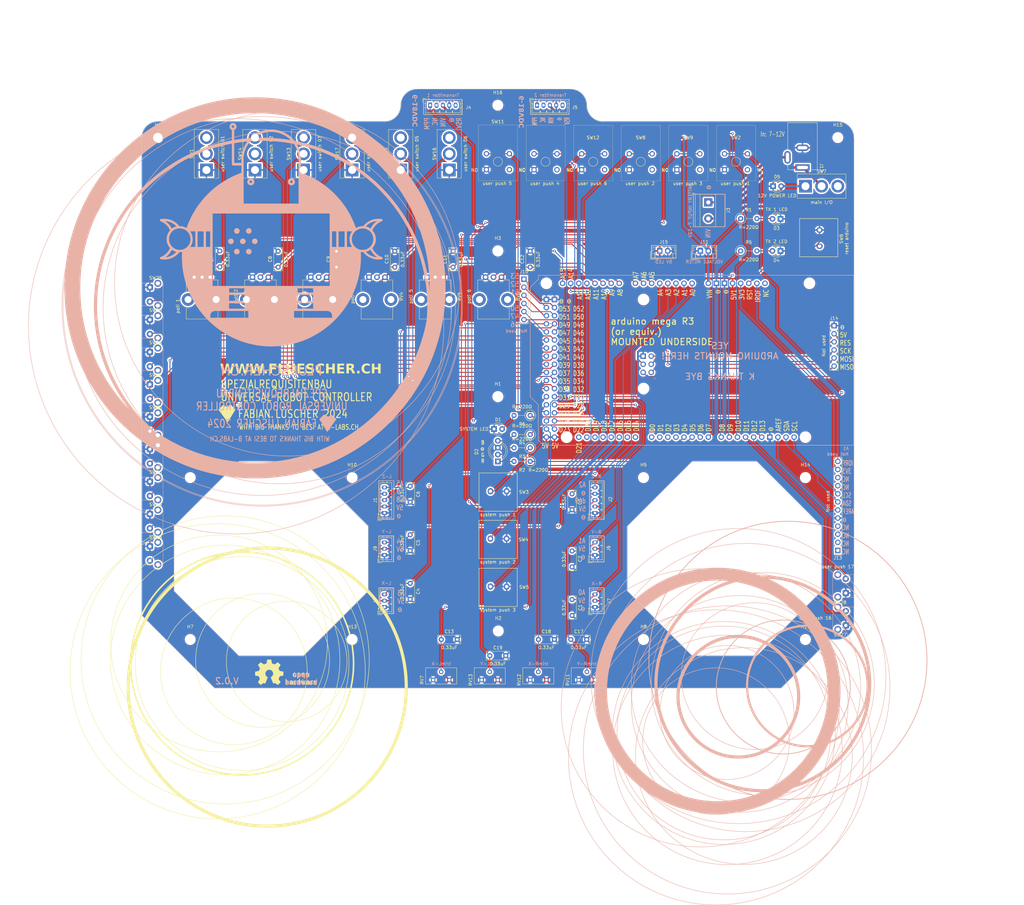
<source format=kicad_pcb>
(kicad_pcb (version 20221018) (generator pcbnew)
  (layers (0 "F.Cu" signal) (31 "B.Cu" signal) (34 "B.Paste" user) (35 "F.Paste" user) (36 "B.SilkS" user "B.Silkscreen") (37 "F.SilkS" user "F.Silkscreen") (38 "B.Mask" user) (39 "F.Mask" user) (44 "Edge.Cuts" user))
  (net 0 "")
  (net 1 "5V")
  (net 2 "Net-(J7-Pin_3)")
  (net 3 "Net-(J6-Pin_3)")
  (net 4 "Net-(J2-Pin_5)")
  (net 5 "Net-(J8-Pin_3)")
  (net 6 "Net-(J9-Pin_3)")
  (net 7 "Net-(J1-Pin_5)")
  (net 8 "Net-(A1-PadA6)")
  (net 9 "Net-(A1-PadA7)")
  (net 10 "Net-(A1-PadA8)")
  (net 11 "Net-(A1-PadA9)")
  (net 12 "Net-(A1-PadA10)")
  (net 13 "Net-(A1-PadA11)")
  (net 14 "Net-(A1-PadA12)")
  (net 15 "Net-(A1-PadA13)")
  (net 16 "Net-(A1-PadA14)")
  (net 17 "Net-(A1-PadA15)")
  (net 18 "Net-(D2-RK)")
  (net 19 "Net-(D2-GK)")
  (net 20 "Net-(D3-A)")
  (net 21 "Net-(D4-A)")
  (net 22 "Net-(D1-A)")
  (net 23 "D48")
  (net 24 "D49")
  (net 26 "Net-(A1-RESET)")
  (net 28 "Net-(D2-BK)")
  (net 29 "Net-(A1-PadD22)")
  (net 30 "Net-(A1-PadD23)")
  (net 31 "Net-(A1-PadD24)")
  (net 32 "GND")
  (net 33 "Net-(J4-Pin_1)")
  (net 34 "Net-(J5-Pin_1)")
  (net 35 "7-12V")
  (net 38 "V_BarrelNeg")
  (net 39 "V_BarrelPos")
  (net 40 "Net-(A1-PadD25)")
  (net 41 "Net-(A1-PadD26)")
  (net 42 "Net-(A1-PadD27)")
  (net 43 "Net-(A1-PadD28)")
  (net 44 "Net-(A1-PadD29)")
  (net 45 "Net-(A1-PadD30)")
  (net 46 "Net-(SW1-B)")
  (net 48 "Net-(SW13-B)")
  (net 49 "Net-(SW14-B)")
  (net 50 "Net-(SW15-B)")
  (net 51 "Net-(SW17-B)")
  (net 52 "Net-(SW16-B)")
  (net 59 "Net-(A1-SPI_5V)")
  (net 60 "D2")
  (net 61 "D3")
  (net 62 "D11")
  (net 63 "D12")
  (net 64 "D37")
  (net 65 "D38")
  (net 66 "D39")
  (net 67 "D40")
  (net 68 "D41")
  (net 69 "D42")
  (net 70 "D43")
  (net 71 "D44")
  (net 72 "D45")
  (net 73 "D46")
  (net 74 "D47")
  (net 75 "D50")
  (net 76 "D51")
  (net 77 "D52")
  (net 78 "D53")
  (net 79 "Net-(A1-SPI_MISO)")
  (net 80 "Net-(A1-SPI_MOSI)")
  (net 81 "Net-(A1-SPI_RESET)")
  (net 82 "Net-(A1-SPI_SCK)")
  (net 83 "Net-(A1-PadD4)")
  (net 84 "Net-(A1-PadD5)")
  (net 85 "Net-(A1-PadD6)")
  (net 86 "Net-(A1-PadD7)")
  (net 87 "Net-(A1-PadD8)")
  (net 88 "Net-(A1-PadD13)")
  (net 90 "3V3")
  (net 91 "IORF")
  (net 92 "AREF")
  (net 93 "SDA")
  (net 94 "SCL")
  (footprint "Connector_JST:JST_EH_B2B-EH-A_1x02_P2.50mm_Vertical" (layer "F.Cu") (at -76.2 40.64)
    (fp_text reference "J15")
    (fp_text value "5V LED")
  )
  (footprint "Resistor_THT:R_Axial_DIN0309_L9.0mm_D3.2mm_P5.08mm_Vertical" (layer "F.Cu") (at -116.84 102.409283 180)
    (fp_text reference "R3")
    (fp_text value "R=220Ω")
  )
  (footprint "Button_Switch_THT:SW_TH_Tactile_FL_thingy" (layer "F.Cu") (at -55.88 10.16)
    (fp_text reference "SW2")
    (fp_text value "user push 1")
  )
  (footprint "LED_THT:LED_D3.0mm" (layer "F.Cu") (at -38.278345 30.571326 180)
    (fp_text reference "D3")
    (fp_text value "TX 1 LED")
  )
  (footprint "MountingHole:MountingHole_3mm" (layer "F.Cu") (at -30.48 111.76)
    (fp_text reference "H14")
    (fp_text value "MountingHole")
  )
  (footprint "Resistor_THT:R_Axial_DIN0309_L9.0mm_D3.2mm_P5.08mm_Vertical" (layer "F.Cu") (at -50.8 30.48)
    (fp_text reference "R1")
    (fp_text value "R=220Ω")
  )
  (footprint "Button_Switch_THT:SW_Push_1P2T_Horizontal_FL_RND_210-00255" (layer "F.Cu") (at -236.18 102.85)
    (fp_text reference "SW21")
    (fp_text value "user push 10")
  )
  (footprint "TerminalBlock_Phoenix:TerminalBlock_Phoenix_MKDS-1,5-2-5.08_1x02_P5.08mm_Horizontal" (layer "F.Cu") (at -60.96 25.4 -90)
    (fp_text reference "J3")
    (fp_text value "BATTERY INPUT 7-12V")
  )
  (footprint "LED_THT:LED_D5.0mm-4_RGB_Wide_Pins" (layer "F.Cu") (at -127 106.68 90)
    (fp_text reference "D2")
    (fp_text value "SYS RGB LED")
  )
  (footprint "Potentiometer_THT:Potentiometer_Bourns_3386X_Horizontal" (layer "F.Cu") (at -101.6 175.26 90)
    (fp_text reference "RV11")
    (fp_text value "trimR-Y")
  )
  (footprint "FL:Drucktaster_FL_Mentor_1852.6231" (layer "F.Cu") (at -129.308354 116.045186)
    (fp_text reference "SW3")
    (fp_text value "system push 1")
  )
  (footprint "Button_Switch_THT:SW_TH_Tactile_FL_thingy" (layer "F.Cu") (at -130.579332 10.123047)
    (fp_text reference "SW11")
    (fp_text value "user push 5")
  )
  (footprint "Button_Switch_THT:Toggle_switch_3P_5.08" (layer "F.Cu") (at -218.44 15.24 90)
    (fp_text reference "SW1")
    (fp_text value "user switch 01")
  )
  (footprint "Capacitor_THT:C_Disc_D7.0mm_W2.5mm_P5.00mm" (layer "F.Cu") (at -103.703118 116.84 -90)
    (fp_text reference "C3")
    (fp_text value "0.33uF")
  )
  (footprint "MountingHole:MountingHole_3mm" (layer "F.Cu") (at -81.28 162.56)
    (fp_text reference "H8")
    (fp_text value "MountingHole")
  )
  (footprint "Resistor_THT:R_Axial_DIN0309_L9.0mm_D3.2mm_P5.08mm_Vertical" (layer "F.Cu") (at -50.8 40.64)
    (fp_text reference "R5")
    (fp_text value "R=220Ω")
  )
  (footprint "LED_THT:LED_D3.0mm" (layer "F.Cu") (at -38.308869 40.64 180)
    (fp_text reference "D4")
    (fp_text value "TX 2 LED")
  )
  (footprint "MountingHole:MountingHole_3mm" (layer "F.Cu") (at -172.72 162.56)
    (fp_text reference "H13")
    (fp_text value "MountingHole")
  )
  (footprint "Button_Switch_THT:SW_TH_Tactile_FL_thingy" (layer "F.Cu") (at -85.759734 10.16)
    (fp_text reference "SW8")
    (fp_text value "user push 2")
  )
  (footprint "Connector_JST:JST_PH_B3B-PH-K_1x03_P2.00mm_Vertical" (layer "F.Cu") (at -96.52 152.4 90)
    (fp_text reference "J7")
    (fp_text value "R-X")
  )
  (footprint "MountingHole:MountingHole_3mm" (layer "F.Cu") (at -172.72 111.76)
    (fp_text reference "H10")
    (fp_text value "MountingHole")
  )
  (footprint "Potentiometer_THT:Potentiometer_Bourns_PTV09A-1_Single_Vertical" (layer "F.Cu") (at -130.852 48.88 -90)
    (fp_text reference "RV6")
    (fp_text value "poti 6")
  )
  (footprint "Button_Switch_THT:SW_Push_1P2T_Horizontal_FL_RND_210-00255" (layer "F.Cu") (at -236.18 62.21)
    (fp_text reference "SW26")
    (fp_text value "user push 15")
  )
  (footprint "FL:Drucktaster_FL_Mentor_1852.6231" (layer "F.Cu") (at -129.330605 130.906376)
    (fp_text reference "SW4")
    (fp_text value "system push 2")
  )
  (footprint "Connector_JST:JST_PH_B5B-PH-K_1x05_P2.00mm_Vertical" (layer "F.Cu") (at -96.52 122.84 90)
    (fp_text reference "J2")
    (fp_text value "R-Z")
  )
  (footprint "Connector_JST:JST_PH_B3B-PH-K_1x03_P2.00mm_Vertical" (layer "F.Cu") (at -162.56 136.08 90)
    (fp_text reference "J9")
    (fp_text value "L-Y")
  )
  (footprint "Potentiometer_THT:Potentiometer_Bourns_3386X_Horizontal" (layer "F.Cu") (at -147.32 175.26 90)
    (fp_text reference "RV7")
    (fp_text value "trimL-X")
  )
  (footprint "Button_Switch_THT:SW_TH_Tactile_FL_thingy" (layer "F.Cu") (at -115.639466 10.16)
    (fp_text reference "SW10" hide)
    (fp_text value "user push 4")
  )
  (footprint "Connector_JST:JST_EH_B2B-EH-A_1x02_P2.50mm_Vertical" (layer "F.Cu") (at -63.46 40.64)
    (fp_text reference "J11")
    (fp_text value "VOLTAGE METER")
  )
  (footprint "Connector_PinHeader_2.54mm:PinHeader_1x06_P2.54mm_Vertical" (layer "F.Cu") (at -21.492354 64.080079)
    (fp_text reference "J14")
    (fp_text value "Not used")
  )
  (footprint "LED_THT:LED_D3.0mm" (layer "F.Cu") (at -40.64 20.32)
    (fp_text reference "D5")
    (fp_text value "12V POWER LED")
  )
  (footprint "Button_Switch_THT:SW_Push_1P2T_Horizontal_FL_RND_210-00255" (layer "F.Cu") (at -17.82 147.99 180)
    (fp_text reference "SW28")
    (fp_text value "user push 17")
  )
  (footprint "MountingHole:MountingHole_3mm" (layer "F.Cu") (at -127 40.64)
    (fp_text reference "H3")
    (fp_text value "MountingHole")
  )
  (footprint "Button_Switch_THT:SW_Push_1P2T_Horizontal_FL_RND_210-00255" (layer "F.Cu") (at -236.18 113.01)
    (fp_text reference "SW20")
    (fp_text value "user push 9")
  )
  (footprint "Potentiometer_THT:Potentiometer_Bourns_PTV09A-1_Single_Vertical" (layer "F.Cu") (at -185.716 48.88 -90)
    (fp_text reference "RV3")
    (fp_text value "poti 3")
  )
  (footprint "Connector_BarrelJack:BarrelJack_Kycon_KLDX-0202-xC_Horizontal" (layer "F.Cu") (at -31.406934 14.459641 -90)
    (fp_text reference "J12")
    (fp_text value "In: 7-12V")
  )
  (footprint "MountingHole:MountingHole_3mm" (layer "F.Cu") (at -223.52 162.56)
    (fp_text reference "H7")
    (fp_text value "MountingHole")
  )
  (footprint "Potentiometer_THT:Potentiometer_Bourns_3386X_Horizontal" (layer "F.Cu") (at -116.84 175.26 90)
    (fp_text reference "RV12")
    (fp_text value "trimR-X")
  )
  (footprint "Potentiometer_THT:Potentiometer_Bourns_3386X_Horizontal" (layer "F.Cu") (at -132.08 175.26 90)
    (fp_text reference "RV13")
    (fp_text value "trimL-Y")
  )
  (footprint "Symbol:OSHW-Symbol_8.9x8mm_SilkScreen" (layer "F.Cu") (at -198.738719 172.848375)
    (fp_text reference "REF**" hide)
    (fp_text value "OSHW-Symbol_8.9x8mm_SilkScreen" hide)
  )
  (footprint "Capacitor_THT:C_Disc_D7.0mm_W2.5mm_P5.00mm" (layer "F.Cu") (at -104.1 162.56)
    (fp_text reference "C17")
    (fp_text value "0.33uF")
  )
  (footprint "Capacitor_THT:C_Disc_D7.0mm_W2.5mm_P5.00mm" (layer "F.Cu") (at -103.703118 134.781657 -90)
    (fp_text reference "C2")
    (fp_text value "0.33uF")
  )
  (footprint "Button_Switch_THT:SW_Push_1P2T_Horizontal_FL_RND_210-00255" (layer "F.Cu") (at -236.18 82.53)
    (fp_text reference "SW22")
    (fp_text value "user push 11")
  )
  (footprint "Capacitor_THT:C_Disc_D7.0mm_W2.5mm_P5.00mm" (layer "F.Cu") (at -116.84 45.72 90)
    (fp_text reference "C12")
    (fp_text value "0.33uF")
  )
  (footprint "Connector_JST:JST_PH_B5B-PH-K_1x05_P2.00mm_Vertical" (layer "F.Cu") (at -162.56 122.84 90)
    (fp_text reference "J1")
    (fp_text value "L-Z")
  )
  (footprint "Button_Switch_THT:SW_TH_Tactile_FL_thingy" (layer "F.Cu") (at -70.819868 10.16)
    (fp_text reference "SW9")
    (fp_text value "user push 3")
  )
  (footprint "Button_Switch_THT:Toggle_switch_3P_5.08" (layer "F.Cu") (at -157.48 15.24 90)
    (fp_text reference "SW15")
    (fp_text value "user switch 05")
  )
  (footprint "Capacitor_THT:C_Disc_D7.0mm_W2.5mm_P5.00mm" (layer "F.Cu") (at -154.503118 129.701657 -90)
    (fp_text reference "C5")
    (fp_text value "0.33uF")
  )
  (footprint "Button_Switch_THT:Toggle_switch_3P_5.08" (layer "F.Cu") (at -172.72 15.24 90)
    (fp_text reference "SW17")
    (fp_text value "user switch 04")
  )
  (footprint "Button_Switch_THT:Toggle_switch_3P_5.08" (layer "F.Cu") (at -187.96 15.24 90)
    (fp_text reference "SW13")
    (fp_text value "user switch 03")
  )
  (footprint "Capacitor_THT:C_Disc_D7.0mm_W2.5mm_P5.00mm" (layer "F.Cu") (at -195.93602 45.72 90)
    (fp_text reference "C8")
    (fp_text value "0.33uF")
  )
  (footprint "MountingHole:MountingHole_3mm" (layer "F.Cu") (at -20.32 5.08)
    (fp_text reference "H15")
    (fp_text value "MountingHole")
  )
  (footprint "Capacitor_THT:C_Disc_D7.0mm_W2.5mm_P5.00mm" (layer "F.Cu") (at -114.26 162.56)
    (fp_text reference "C18")
    (fp_text value "0.33uF")
  )
  (footprint "Potentiometer_THT:Potentiometer_Bourns_PTV09A-1_Single_Vertical" (layer "F.Cu") (at -167.428 48.88 -90)
    (fp_text reference "RV4")
    (fp_text value "poti 4")
  )
  (footprint "Button_Switch_THT:SW_Push_1P2T_Horizontal_FL_RND_210-00255" (layer "F.Cu") (at -236.18 133.33)
    (fp_text reference "SW18")
    (fp_text value "user push 7")
  )
  (footprint "Button_Switch_THT:SW_Push_1P2T_Horizontal_FL_RND_210-00255" (layer "F.Cu") (at -236.18 123.17)
    (fp_text reference "SW19")
    (fp_text value "user push 8")
  )
  (footprint "Capacitor_THT:C_Disc_D7.0mm_W2.5mm_P5.00mm" (layer "F.Cu") (at -214.234683 45.649417 90)
    (fp_text reference "C7")
    (fp_text value "0.33uF")
  )
  (footprint "Capacitor_THT:C_Disc_D7.0mm_W2.5mm_P5.00mm" (layer "F.Cu") (at -129.5 167.64)
    (fp_text reference "C19")
    (fp_text value "0.33uF")
  )
  (footprint "Button_Switch_THT:SW_Push_1P2T_Horizontal_FL_RND_210-00255" (layer "F.Cu") (at -17.82 158.15 180)
    (fp_text reference "SW27")
    (fp_text value "user push 16")
  )
  (footprint "Button_Switch_THT:Toggle_switch_3P_5.08" (layer "F.Cu") (at -30.48 20.32)
    (fp_text reference "SW7")
    (fp_text value "main I/O")
  )
  (footprint "Capacitor_THT:C_Disc_D7.0mm_W2.5mm_P5.00mm" (layer "F.Cu") (at -144.74 162.56)
    (fp_text reference "C13")
    (fp_text value "0.33uF")
  )
  (footprint "Button_Switch_THT:SW_Push_1P2T_Horizontal_FL_RND_210-00255" (layer "F.Cu") (at -236.18 52.05)
    (fp_text reference "SW25")
    (fp_text value "user push 14")
  )
  (footprint "Capacitor_THT:C_Disc_D7.0mm_W2.5mm_P5.00mm" (layer "F.Cu") (at -154.503118 144.941657 -90)
    (fp_text reference "C4")
    (fp_text value "0.33uF")
  )
  (footprint "Capacitor_THT:C_Disc_D7.0mm_W2.5mm_P5.00mm" (layer "F.Cu") (at -154.503118 114.461657 -90)
    (fp_text reference "C6")
    (fp_text value "0.33uF")
  )
  (footprint "Connector_JST:JST_PH_B3B-PH-K_1x03_P2.00mm_Vertical" (layer "F.Cu") (at -162.56 152.4 90)
    (fp_text reference "J8")
    (fp_text value "L-X")
  )
  (footprint "MountingHole:MountingHole_3mm" (layer "F.Cu") (at -127 -5.08)
    (fp_text reference "H16")
    (fp_text value "MountingHole")
  )
  (footprint "Connector_JST:JST_PH_B5B-PH-K_1x05_P2.00mm_Vertical" (layer "F.Cu") (at -148.24 -5.08)
    (fp_text reference "J4")
    (fp_text value "Transmitter 1")
  )
  (footprint "Button_Switch_THT:SW_Push_1P2T_Horizontal_FL_RND_210-00255" (layer "F.Cu") (at -236.18 92.69)
    (fp_text reference "SW23")
    (fp_text value "user push 12")
  )
  (footprint "Button_Switch_THT:SW_Push_1P2T_Horizontal_FL_RND_210-00255" (layer "F.Cu") (at -236.18 72.37)
    (fp_text reference "SW24")
    (fp_text value "user push 13")
  )
  (footprint "Resistor_THT:R_Axial_DIN0309_L9.0mm_D3.2mm_P5.08mm_Vertical" (layer "F.Cu") (at -116.838788 98.260332 180)
    (fp_text reference "R4")
    (fp_text value "R=220Ω")
  )
  (footprint "FL:Drucktaster_FL_Mentor_1852.6231" (layer "F.Cu") (at -26.053187 34.075982 -90)
    (fp_text reference "SW6")
    (fp_text value "reset arduino")
  )
  (footprint "MountingHole:MountingHole_3mm" (layer "F.Cu") (at -81.28 111.76)
    (fp_text reference "H5")
    (fp_text value "MountingHole")
  )
  (footprint "FL:Drucktaster_FL_Mentor_1852.6231" (layer "F.Cu") (at -129.308354 145.945186)
    (fp_text reference "SW5")
    (fp_text value "system push 3")
  )
  (footprint "LED_THT:LED_D3.0mm" (layer "F.Cu") (at -128.194298 96.52)
    (fp_text reference "D1")
    (fp_text value "SYSTEM LED")
  )
  (footprint "MountingHole:MountingHole_3mm" (layer "F.Cu") (at -127 86.36)
    (fp_text reference "H1")
    (fp_text value "MountingHole")
  )
  (footprint "Connector_PinHeader_2.54mm:PinHeader_1x06_P2.54mm_Vertical" (layer "F.Cu") (at -118.816092 49.492302)
    (fp_text reference "J10")
    (fp_text value "Not used")
  )
  (footprint "Potentiometer_THT:Potentiometer_Bourns_PTV09A-1_Single_Vertical" (layer "F.Cu") (at -222.292 48.88 -90)
    (fp_text reference "RV1")
    (fp_text value "poti 1")
  )
  (footprint "Capacitor_THT:C_Disc_D7.0mm_W2.5mm_P5.00mm" (layer "F.Cu") (at -141.040028 45.735024 90)
    (fp_text reference "C11")
    (fp_text value "0.33uF")
  )
  (footprint "Resistor_THT:R_Axial_DIN0309_L9.0mm_D3.2mm_P5.08mm_Vertical" (layer "F.Cu") (at -116.84 106.68 180)
    (fp_text reference "R2")
    (fp_text value "R=220Ω")
  )
  (footprint "Capacitor_THT:C_Disc_D7.0mm_W2.5mm_P5.00mm" (layer "F.Cu") (at -103.703118 150.021657 -90)
    (fp_text reference "C1")
    (fp_text value "0.33uF")
  )
  (footprint "Connector_JST:JST_PH_B5B-PH-K_1x05_P2.00mm_Vertical" (layer "F.Cu") (at -114.68 -5.08)
    (fp_text reference "J5")
    (fp_text value "Transmitter 2")
  )
  (footprint "MountingHole:MountingHole_3mm" (layer "F.Cu") (at -126.853531 159.885931)
    (fp_text reference "H2")
    (fp_text value "MountingHole")
  )
  (footprint "MountingHole:MountingHole_3mm" (layer "F.Cu") (at -30.48 162.56)
    (fp_text reference "H11")
    (fp_text value "MountingHole")
  )
  (footprint "MountingHole:MountingHole_3mm" (layer "F.Cu") (at -233.68 5.08)
    (fp_text reference "H6")
    (fp_text value "MountingHole")
  )
  (footprint "Button_Switch_THT:Toggle_switch_3P_5.08" (layer "F.Cu") (at -203.2 15.24 90)
    (fp_text reference "SW14")
    (fp_text value "user switch 02")
  )
  (footprint "PCM_arduino-library:Arduino_Mega2560_R3_Shield" (layer "F.Cu") (at -15.24 48.26 180)
    (fp_text reference "A1")
    (fp_text value "Arduino_Mega2560_R3_Shield")
  )
  (footprint "Resistor_THT:R_Axial_DIN0309_L9.0mm_D3.2mm_P5.08mm_Vertical" (layer "F.Cu") (at -116.84 92.249283 180)
    (fp_text reference "R6")
    (fp_text value "R=220Ω")
  )
  (footprint "Button_Switch_THT:SW_TH_Tactile_FL_thingy" (layer "F.Cu") (at -100.6996 10.16)
    (fp_text reference "SW12")
    (fp_text value "user push 6")
  )
  (footprint "Potentiometer_THT:Potentiometer_Bourns_PTV09A-1_Single_Vertical" (layer "F.Cu") (at -149.14 48.88 -90)
    (fp_text reference "RV5")
    (fp_text value "poti 5")
  )
  (footprint "MountingHole:MountingHole_3mm" (layer "F.Cu") (at -223.52 111.76)
    (fp_text reference "H4")
    (fp_text value "MountingHole")
  )
  (footprint "Capacitor_THT:C_Disc_D7.0mm_W2.5mm_P5.00mm" (layer "F.Cu") (at -159.338694 45.72 90)
    (fp_text reference "C10")
    (fp_text value "0.33uF")
  )
  (footprint "Connector_PinHeader_2.54mm:PinHeader_1x12_P2.54mm_Vertical" (layer "F.Cu") (at -20.32 134.62 180)
    (fp_text reference "J13")
    (fp_text value "Not used")
  )
  (footprint "Connector_JST:JST_PH_B3B-PH-K_1x03_P2.00mm_Vertical" (layer "F.Cu") (at -96.52 136.08 90)
    (fp_text reference "J6")
    (fp_text value "R-Y")
  )
  (footprint "Capacitor_THT:C_Disc_D7.0mm_W2.5mm_P5.00mm" (layer "F.Cu") (at -177.637357 45.72 90)
    (fp_text reference "C9")
    (fp_text value "0.33uF")
  )
  (footprint "Button_Switch_THT:Toggle_switch_3P_5.08" (layer "F.Cu") (at -142.24 15.24 90)
    (fp_text reference "SW16")
    (fp_text value "user switch 06")
  )
  (footprint "Potentiometer_THT:Potentiometer_Bourns_PTV09A-1_Single_Vertical" (layer "F.Cu") (at -204.004 48.88 -90)
    (fp_text reference "RV2")
    (fp_text value "poti 2")
  )
  (footprint "Symbol:LOGO_FL" (layer "B.Cu") (at -198.043254 42.89808 180)
    (fp_text reference "REF**" hide)
    (fp_text value "LOGO_FL" hide)
  )
  (gr_circle (center -54.951643 197.205508) (end -21.981207 211.680334) (stroke (width 0.15)) (fill none) (layer "B.SilkS"))
  (gr_rect (start -116.573506 -6.857276) (end -104.686662 -2.328955) (stroke (width 0.15)) (fill none) (layer "B.SilkS"))
  (gr_rect (start -98.299767 115.31884) (end -97.741802 122.355404) (stroke (width 0.15)) (fill none) (layer "B.SilkS"))
  (gr_poly (pts (xy -177.737228 93.442974) (xy -179.149593 92.112936) (xy -180.255444 92.717468) (xy -181.53823 92.024468) (xy -182.923197 93.442974) (xy -180.554802 97.322242) (xy -177.733709 93.443467) (xy -177.736451 93.440726)) (stroke (width 0.15)) (fill solid) (layer "B.SilkS"))
  (gr_circle (center -58.539007 194.475312) (end -58.539007 171.460544) (stroke (width 0.15)) (fill none) (layer "B.SilkS"))
  (gr_rect (start -98.257478 130.137989) (end -93.667664 138.270818) (stroke (width 0.15)) (fill none) (layer "B.SilkS"))
  (gr_circle (center -51.102495 182.771727) (end -26.977785 206.735605) (stroke (width 0.15)) (fill none) (layer "B.SilkS"))
  (gr_circle (center -43.865082 176.499302) (end -43.865082 142.966148) (stroke (width 1)) (fill none) (layer "B.SilkS"))
  (gr_circle (center -200.946408 57.900905) (end -232.641852 4.050661) (stroke (width 0.15)) (fill none) (layer "B.SilkS"))
  (gr_circle (center -43.865082 176.499302) (end -49.172518 211.078052) (stroke (width 0.15)) (fill none) (layer "B.SilkS"))
  (gr_circle (center -58.103556 178.673973) (end -58.103556 142.041572) (stroke (width 4)) (fill none) (layer "B.SilkS"))
  (gr_rect (start -164.262621 115.335563) (end -163.815356 122.379981) (stroke (width 0.15)) (fill none) (layer "B.SilkS"))
  (gr_circle (center -49.172518 177.625122) (end -50.298338 222.818744) (stroke (width 0.15)) (fill none) (layer "B.SilkS"))
  (gr_circle (center -49.172518 177.625122) (end -63.647344 210.595558) (stroke (width 0.15)) (fill none) (layer "B.SilkS"))
  (gr_circle (center -35.984343 169.101058) (end -35.984343 125.470669) (stroke (width 0.25)) (fill none) (layer "B.SilkS"))
  (gr_circle (center -203.2 52.229588) (end -145.946726 54.769588) (stroke (width 5)) (fill none) (layer "B.SilkS"))
  (gr_circle (center -56.077463 191.898072) (end -21.498713 197.205508) (stroke (width 0.15)) (fill none) (layer "B.SilkS"))
  (gr_circle (center -49.805038 199.135485) (end -25.84116 175.010775) (stroke (width 0.15)) (fill none) (layer "B.SilkS"))
  (gr_rect (start -147.813439 -6.876425) (end -140.706647 -6.349996) (stroke (width 0.15)) (fill none) (layer "B.SilkS"))
  (gr_circle (center -209.121559 64.285559) (end -231.781353 3.190162) (stroke (width 0.15)) (fill none) (layer "B.SilkS"))
  (gr_circle (center -51.528486 180.516135) (end -51.528486 161.588527) (stroke (width 1)) (fill none) (layer "B.SilkS"))
  (gr_rect (start -98.206773 132.610529) (end -97.679805 135.555347) (stroke (width 0.15)) (fill none) (layer "B.SilkS"))
  (gr_rect (start -77.60428 41.434543) (end -72.084503 42.999853) (stroke (width 0.15)) (fill none) (layer "B.SilkS"))
  (gr_circle (center -37.431826 177.464291) (end -37.431826 156.449738) (stroke (width 0.25)) (fill none) (layer "B.SilkS"))
  (gr_rect (start -98.176955 146.403647) (end -93.748187 154.37543) (stroke (width 0.15)) (fill none) (layer "B.SilkS"))
  (gr_circle (center -200.946408 57.900905) (end -261.906408 42.660905) (stroke (width 0.15)) (fill none) (layer "B.SilkS"))
  (gr_rect (start -64.917033 41.516928) (end -59.520833 42.835083) (stroke (width 0.15)) (fill none) (layer "B.SilkS"))
  (gr_rect (start -114.07811 -7.008032) (end -107.190663 -6.393865) (stroke (width 0.15)) (fill none) (layer "B.SilkS"))
  (gr_circle (center -58.539007 199.555312) (end -12.331323 202.352113) (stroke (width 0.15)) (fill none) (layer "B.SilkS"))
  (gr_rect (start -98.361763 148.897881) (end -97.679805 151.935693) (stroke (width 0.15)) (fill none) (layer "B.SilkS"))
  (gr_rect (start -120.180122 48.173245) (end -117.522862 63.392103) (stroke (width 0.15)) (fill none) (layer "B.SilkS"))
  (gr_rect (start -164.374437 132.555252) (end -163.759448 135.51838) (stroke (width 0.15)) (fill none) (layer "B.SilkS"))
  (gr_circle (center -51.522322 174.037758) (end -54.319123 220.245442) (stroke (width 0.15)) (fill none) (layer "B.SilkS"))
  (gr_circle (center -56.077463 191.898072) (end -43.719007 160.725312) (stroke (width 0.15)) (fill none) (layer "B.SilkS"))
  (gr_rect (start -164.044817 146.48417) (end -159.857618 154.37543) (stroke (width 0.15)) (fill none) (layer "B.SilkS"))
  (gr_rect (start -78.699635 38.961649) (end -71.130467 42.826756) (stroke (width 0.15)) (fill none) (layer "B.SilkS"))
  (gr_circle (center -193.058919 50.804415) (end -185.314432 -2.833328) (stroke (width 0.15)) (fill none) (layer "B.SilkS"))
  (gr_circle (center -54.951643 197.205508) (end -9.758021 198.331328) (stroke (width 0.15)) (fill none) (layer "B.SilkS"))
  (gr_circle (center -29.87275 177.142628) (end -29.87275 158.21502) (stroke (width 0.7)) (fill none) (layer "B.SilkS"))
  (gr_rect (start -21.53847 105.341115) (end -19.121382 136.019535) (stroke (width 0.15)) (fill none) (layer "B.SilkS"))
  (gr_circle (center -200.946408 57.900905) (end -145.066408 37.580905) (stroke (width 0.15)) (fill none) (layer "B.SilkS"))
  (gr_rect (start -164.318529 148.880411) (end -163.871264 152.011264) (stroke (width 0.15)) (fill none) (layer "B.SilkS"))
  (gr_rect (start -150.284343 -6.794383) (end -138.334606 -2.266061) (stroke (width 0.15)) (fill none) (layer "B.SilkS"))
  (gr_circle (center -63.475707 184.017333) (end -90.495382 149.760246) (stroke (width 0.15)) (fill none) (layer "B.SilkS"))
  (gr_rect (start -98.176955 112.825532) (end -93.748187 124.742944) (stroke (width 0.15)) (fill none) (layer "B.SilkS"))
  (gr_circle (center -200.946408 57.900905) (end -148.644607 57.900905) (stroke (width 1)) (fill none) (layer "B.SilkS"))
  (gr_rect (start -164.286387 130.218512) (end -159.777095 138.109772) (stroke (width 0.15)) (fill none) (layer "B.SilkS"))
  (gr_rect (start -65.976991 38.961649) (end -58.488347 42.987802) (stroke (width 0.15)) (fill none) (layer "B.SilkS"))
  (gr_circle (center -55.112474 185.464816) (end -49.805038 165.131529) (stroke (width 0.15)) (fill none) (layer "B.SilkS"))
  (gr_circle (center -46.442322 174.037758) (end -46.442322 151.02299) (stroke (width 0.15)) (fill none) (layer "B.SilkS"))
  (gr_rect (start -65.641336 22.884738) (end -55.76708 33.010568) (stroke (width 0.15)) (fill none) (layer "B.SilkS"))
  (gr_circle (center -195.58 58.42) (end -230.286775 15.395073) (stroke (width 0.15)) (fill none) (layer "B.SilkS"))
  (gr_rect (start -164.286387 112.745009) (end -159.616049 124.662421) (stroke (width 0.15)) (fill none) (layer "B.SilkS"))
  (gr_circle (center -209.820808 172.548051) (end -186.80604 172.548051) (stroke (width 0.15)) (fill none) (layer "F.SilkS"))
  (gr_circle (center -212.551004 168.960687) (end -213.676824 123.767065) (stroke (width 0.15)) (fill none) (layer "F.SilkS"))
  (gr_circle (center -193.251236 169.443181) (end -178.937242 181.827199) (stroke (width 0.15)) (fill none) (layer "F.SilkS"))
  (gr_circle (center -200.810312 169.121518) (end -180.477025 163.814082) (stroke (width 0.15)) (fill none) (layer "F.SilkS"))
  (gr_poly (pts (xy -214.594102 90.400421) (xy -213.181737 89.070383) (xy -212.075886 89.674915) (xy -210.7931 88.981915) (xy -209.408133 90.400421) (xy -211.776528 94.279689) (xy -214.597621 90.400914) (xy -214.594879 90.398173)) (stroke (width 0.15)) (fill solid) (layer "F.SilkS"))
  (gr_circle (center -207.243568 170.086507) (end -176.070808 157.728051) (stroke (width 0.15)) (fill none) (layer "F.SilkS"))
  (gr_circle (center -214.900808 172.548051) (end -217.697609 126.340367) (stroke (width 0.15)) (fill none) (layer "F.SilkS"))
  (gr_circle (center -207.243568 170.086507) (end -172.259874 170.086507) (stroke (width 0.5)) (fill none) (layer "F.SilkS"))
  (gr_circle (center -214.480981 163.814082) (end -190.356271 139.850204) (stroke (width 0.15)) (fill none) (layer "F.SilkS"))
  (gr_circle (center -212.551004 168.960687) (end -227.02583 135.990251) (stroke (width 0.15)) (fill none) (layer "F.SilkS"))
  (gr_circle (center -199.362829 177.484751) (end -155.73244 177.484751) (stroke (width 1)) (fill none) (layer "F.SilkS"))
  (gr_poly (pts (xy -86.36 127) (xy -66.04 106.68) (xy -45.72 106.68) (xy -25.4 127) (xy -25.4 147.32) (xy -45.72 167.64) (xy -66.04 167.64) (xy -86.36 147.32)) (stroke (width 0.1)) (fill none) (layer "Edge.Cuts"))
  (gr_line (start -20.32 0) (end -93.980002 0) (stroke (width 0.1)) (layer "Edge.Cuts"))
  (gr_arc (start -93.980002 0) (mid -97.572104 -1.487898) (end -99.060002 -5.08) (stroke (width 0.2)) (layer "Edge.Cuts"))
  (gr_line (start -162.559998 0) (end -233.68 0) (stroke (width 0.1)) (layer "Edge.Cuts"))
  (gr_arc (start -157.479998 -5.08) (mid -158.967896 -1.487898) (end -162.559998 0) (stroke (width 0.2)) (layer "Edge.Cuts"))
  (gr_arc (start -238.76 5.08) (mid -237.272102 1.487898) (end -233.68 0) (stroke (width 0.2)) (layer "Edge.Cuts"))
  (gr_poly (pts (xy -228.6 127) (xy -208.28 106.68) (xy -187.96 106.68) (xy -167.64 127) (xy -167.64 147.32) (xy -187.96 167.64) (xy -208.28 167.64) (xy -228.6 147.32)) (stroke (width 0.1)) (fill none) (layer "Edge.Cuts"))
  (gr_line (start -22.86 162.56) (end -20.319998 162.560002) (stroke (width 0.1)) (layer "Edge.Cuts"))
  (gr_arc (start -15.239998 157.480002) (mid -16.727896 161.072104) (end -20.319998 162.560002) (stroke (width 0.2)) (layer "Edge.Cuts"))
  (gr_arc (start -20.32 0) (mid -16.727898 1.487898) (end -15.24 5.08) (stroke (width 0.2)) (layer "Edge.Cuts"))
  (gr_line (start -22.86 162.56) (end -38.1 177.8) (stroke (width 0.1)) (layer "Edge.Cuts"))
  (gr_arc (start -104.139998 -10.160002) (mid -100.547896 -8.672104) (end -99.059998 -5.080002) (stroke (width 0.2)) (layer "Edge.Cuts"))
  (gr_line (start -238.76 154.94) (end -215.9 177.8) (stroke (width 0.1)) (layer "Edge.Cuts"))
  (gr_line (start -15.239998 157.480002) (end -15.24 5.08) (stroke (width 0.1)) (layer "Edge.Cuts"))
  (gr_line (start -238.76 154.94) (end -238.76 5.08) (stroke (width 0.1)) (layer "Edge.Cuts"))
  (gr_line (start -215.9 177.8) (end -38.1 177.8) (stroke (width 0.1)) (layer "Edge.Cuts"))
  (gr_line (start -104.139998 -10.160002) (end -152.400002 -10.160002) (stroke (width 0.1)) (layer "Edge.Cuts"))
  (gr_arc (start -157.480002 -5.080002) (mid -155.992104 -8.672104) (end -152.400002 -10.160002) (stroke (width 0.2)) (layer "Edge.Cuts"))
  (gr_text "A2\n⊖\nd49\n5V\n⊖" (at -99.275186 125.013982) (layer "B.SilkS") (effects (font (size 1.57 1.2) (thickness 0.2)) (justify left bottom mirror)))
  (gr_text "⊖" (at -59.999779 20.686284 90) (layer "B.SilkS") (effects (font (size 1.57 1.2) (thickness 0.2)) (justify bottom mirror)))
  (gr_text "A3\n5V\n⊖" (at -158.594782 154.002728) (layer "B.SilkS") (effects (font (size 1.57 1.2) (thickness 0.2)) (justify right bottom mirror)))
  (gr_text "V.0.2" (at -215.9 176.759666) (layer "B.SilkS") (effects (font (size 2 2) (thickness 0.3)) (justify right bottom mirror)))
  (gr_text "SPEZIALREQUISITENBAU\nUNIVERSAL ROBOT CONTROLLER" (at -197.926865 90.865429) (layer "B.SilkS") (effects (font (size 2.5 2) (thickness 0.3)) (justify bottom mirror)))
  (gr_text "IORF\n3V3\nNC\nNC\nSCL\nSDA\nAREF\n⊖\nNC\nNC\nNC\nNC\n" (at -18.99 135.95) (layer "B.SilkS") (effects (font (size 1.57 1) (thickness 0.2)) (justify right bottom mirror)))
  (gr_text "PPM\nNC\nVIN\n⊖\nRSV" (at -138.201841 -1.308375 90) (layer "B.SilkS") (effects (font (size 1.57 1.2) (thickness 0.2)) (justify left bottom mirror)))
  (gr_text "WITH BIG THANKS TO BESI AT B-LABS.CH" (at -198.527012 100.542794) (layer "B.SilkS") (effects (font (size 1.57 1.2) (thickness 0.2)) (justify bottom mirror)))
  (gr_text "FABIAN LÜSCHER 2024" (at -183.61163 96.274873) (layer "B.SilkS") (effects (font (size 2.5 2) (thickness 0.3)) (justify left bottom mirror)))
  (gr_text "A0\n5V\n⊖" (at -99.430808 153.785245) (layer "B.SilkS") (effects (font (size 1.57 1.2) (thickness 0.2)) (justify left bottom mirror)))
  (gr_text "PPM\nNC\nVIN\n⊖\nRSV" (at -104.33542 -1.40864 90) (layer "B.SilkS") (effects (font (size 1.57 0.8) (thickness 0.2)) (justify left bottom mirror)))
  (gr_text "A1\n5V\n⊖" (at -99.394371 137.534329) (layer "B.SilkS") (effects (font (size 1.57 1.2) (thickness 0.2)) (justify left bottom mirror)))
  (gr_text "VIN" (at -60.133704 35.116769 90) (layer "B.SilkS") (effects (font (size 1.57 1.2) (thickness 0.2)) (justify bottom mirror)))
  (gr_text "open\nhardware" (at -188.650067 176.843759) (layer "B.SilkS") (effects (font (size 1.5 1.5) (thickness 0.3) bold) (justify bottom mirror)))
  (gr_text "53\n52\n51\n\n50\n47\n46" (at -123.153853 64.630976) (layer "B.SilkS") (effects (font (size 1.57 1.4) (thickness 0.2)) (justify right bottom mirror)))
  (gr_text "A5\n⊖\nd48\n5V\n⊖" (at -158.966699 124.630066) (layer "B.SilkS") (effects (font (size 1.57 1.2) (thickness 0.2)) (justify right bottom mirror)))
  (gr_text "A4\n5V\n⊖" (at -158.912372 137.720023) (layer "B.SilkS") (effects (font (size 1.57 1.2) (thickness 0.2)) (justify right bottom mirror)))
  (gr_text "6-18VDC" (at -152.016876 -8.440413 90) (layer "B.SilkS") (effects (font (size 1.5 1.5) (thickness 0.3) bold) (justify left bottom mirror)))
  (gr_text "YES\nARDUINO MOUNTS HERE!\n\nK THANKS BYE" (at -57.282623 81.240067) (layer "B.SilkS") (effects (font (size 2 2) (thickness 0.3)) (justify bottom mirror)))
  (gr_text "6-18VDC" (at -118.619084 -8.059811 90) (layer "B.SilkS") (effects (font (size 1.5 1.5) (thickness 0.3) bold) (justify left bottom mirror)))
  (gr_text "Not used" (at -24.753062 70.406656 90) (layer "F.SilkS") (effects (font (size 1 1))))
  (gr_text "WWW.FLUESCHER.CH" (at -214.191307 79.570155) (layer "F.SilkS") (effects (font (size 3 3) (thickness 0.3) bold) (justify left bottom)))
  (gr_text "arduino mega R3\n(or equiv.)\nMOUNTED UNDERSIDE" (at -91.768774 70.337155) (layer "F.SilkS") (effects (font (size 2 2) (thickness 0.3)) (justify left bottom)))
  (gr_text "A15\nA14" (at -103.115396 45.913629 90) (layer "F.SilkS") (effects (font (size 1.57 1.2) (thickness 0.2)) (justify right bottom)))
  (gr_text "D21" (at -100.611215 100.520902 90) (layer "F.SilkS") (effects (font (size 1.57 1.2) (thickness 0.2)) (justify right bottom)))
  (gr_text "FABIAN LÜSCHER 2024" (at -208.7197 93.23232) (layer "F.SilkS") (effects (font (size 2.5 2) (thickness 0.3)) (justify left bottom)))
  (gr_text "Not used" (at -23.440582 119.219478 90) (layer "F.SilkS") (effects (font (size 1 1))))
  (gr_text "\n\nA13\nA12\nA11\nA10\nA9\nA8\n\n\n\n\nA4\nA3\nA2\nA1\nA0" (at -64.94476 52.468886 90) (layer "F.SilkS") (effects (font (size 1.57 1.2) (thickness 0.2)) (justify right bottom)))
  (gr_text "VIN\n⊖\n⊖\n5V1\n3V3\nRST\nIROF\nNC" (at -41.924927 52.565103 90) (layer "F.SilkS") (effects (font (size 1.57 1.2) (thickness 0.2)) (justify right bottom)))
  (gr_text "SPEZIALREQUISITENBAU\nUNIVERSAL ROBOT CONTROLLER" (at -214.117599 87.950721) (layer "F.SilkS") (effects (font (size 2.5 2) (thickness 0.3)) (justify left bottom)))
  (gr_text "open\nhardware" (at -188.771526 176.766662) (layer "F.SilkS") (effects (font (size 1.5 1.5) (thickness 0.3) bold) (justify bottom)))
  (gr_text "A7\nA6\nA5" (at -77.709446 46.98502 90) (layer "F.SilkS") (effects (font (size 1.57 1.2) (thickness 0.2)) (justify right bottom)))
  (gr_text "5V 5V" (at -107.809007 102.744485) (layer "F.SilkS") (effects (font (size 1.57 1.2) (thickness 0.2)) (justify right bottom)))
  (gr_text "⊖ ⊖\nD53 D52\nD51 D50\nD49 D48\nD47 D46\nD45 D44\nD43 D42\nD41 D40\nD39 D38\nD37 D36\nD35 D34\nD33 D32\nD31 D30\nD29 D28\nD27 D26\nD25 D24\nD23 D22" (at -107.940486 97.660498) (layer "F.SilkS") (effects (font (size 1.57 1.2) (thickness 0.2)) (justify left bottom)))
  (gr_text "WITH BIG THANKS TO BESI AT B-LABS.CH" (at -208.339556 96.842648) (layer "F.SilkS") (effects (font (size 1.57 1.2) (thickness 0.2)) (justify left bottom)))
  (gr_text "⊖\n5V\nRES\nSCK\nMOSI\nMISO" (at -19.783863 78.026893) (layer "F.SilkS") (effects (font (size 1.57 1.2) (thickness 0.2)) (justify left bottom)))
  (gr_text "\nD20\nD19\nD18\nD17\nD16\nD15\nD14\n\nD0\nD1\nD2\nD3\nD4\nD5\nD6\nD7" (at -59.857388 97.425486 90) (layer "F.SilkS") (effects (font (size 1.57 1.2) (thickness 0.2)) (justify left bottom)))
  (gr_text "B\n⊖\nG\nR" (at -131.094965 107.274379) (layer "F.SilkS") (effects (font (size 1.2 1) (thickness 0.2)) (justify right bottom)))
  (gr_text "D8\nD9\nD10\nD11\nD12\nD13\n⊖\nAREF\nSDA\nSCL" (at -32.925297 97.427687 90) (layer "F.SilkS") (effects (font (size 1.57 1.2) (thickness 0.2)) (justify left bottom)))
  (segment (start -110.49 63.5) (end -110.4924 63.5) (width 0.3) (layer "B.Cu") (net 0))
  (segment (start -103.703118 150.021657) (end -98.141657 150.021657) (width 0.3) (layer "F.Cu") (net 2))
  (segment (start -98.141657 150.021657) (end -96.52 148.4) (width 0.3) (layer "F.Cu") (net 2))
  (segment (start -66.04 50.8) (end -66.04 53.933896) (width 0.3) (layer "B.Cu") (net 2))
  (segment (start -81.28 88.9) (end -81.28 100.872657) (width 0.3) (layer "B.Cu") (net 2))
  (segment (start -81.28 100.872657) (end -88.60473 108.197387) (width 0.3) (layer "B.Cu") (net 2))
  (segment (start -88.60473 108.197387) (end -88.60473 140.48473) (width 0.3) (layer "B.Cu") (net 2))
  (segment (start -66.04 53.933896) (end -83.982 71.875896) (width 0.3) (layer "B.Cu") (net 2))
  (segment (start -83.982 71.875896) (end -83.982 86.198) (width 0.3) (layer "B.Cu") (net 2))
  (segment (start -83.982 86.198) (end -81.28 88.9) (width 0.3) (layer "B.Cu") (net 2))
  (segment (start -88.60473 140.48473) (end -96.52 148.4) (width 0.3) (layer "B.Cu") (net 2))
  (segment (start -103.703118 134.781657) (end -99.221657 134.781657) (width 0.3) (layer "F.Cu") (net 3))
  (segment (start -99.221657 134.781657) (end -96.52 132.08) (width 0.3) (layer "F.Cu") (net 3))
  (segment (start -81.996 89.454) (end -81.996 100.654263) (width 0.3) (layer "B.Cu") (net 3))
  (segment (start -89.15873 124.99373) (end -96.245 132.08) (width 0.3) (layer "B.Cu") (net 3))
  (segment (start -68.58 50.8) (end -68.58 55.690422) (width 0.3) (layer "B.Cu") (net 3))
  (segment (start -96.245 132.08) (end -96.52 132.08) (width 0.3) (layer "B.Cu") (net 3))
  (segment (start -68.58 55.690422) (end -84.536 71.646422) (width 0.3) (layer "B.Cu") (net 3))
  (segment (start -84.536 86.914) (end -81.996 89.454) (width 0.3) (layer "B.Cu") (net 3))
  (segment (start -81.996 100.654263) (end -89.15873 107.816993) (width 0.3) (layer "B.Cu") (net 3))
  (segment (start -84.536 71.646422) (end -84.536 86.914) (width 0.3) (layer "B.Cu") (net 3))
  (segment (start -89.15873 107.816993) (end -89.15873 124.99373) (width 0.3) (layer "B.Cu") (net 3))
  (segment (start -96.52 114.84) (end -101.703118 114.84) (width 0.3) (layer "F.Cu") (net 4))
  (segment (start -101.703118 114.84) (end -103.703118 116.84) (width 0.3) (layer "F.Cu") (net 4))
  (segment (start -85.09 71.416948) (end -85.09 101.208263) (width 0.3) (layer "B.Cu") (net 4))
  (segment (start -85.09 101.208263) (end -96.52 112.638263) (width 0.3) (layer "B.Cu") (net 4))
  (segment (start -96.52 112.638263) (end -96.52 114.84) (width 0.3) (layer "B.Cu") (net 4))
  (segment (start -71.12 57.446948) (end -85.09 71.416948) (width 0.3) (layer "B.Cu") (net 4))
  (segment (start -71.12 50.8) (end -71.12 57.446948) (width 0.3) (layer "B.Cu") (net 4))
  (segment (start -148.59 114.3) (end -144.650617 110.360617) (width 0.3) (layer "F.Cu") (net 5))
  (segment (start -96.649383 110.360617) (end -96.52 110.49) (width 0.3) (layer "F.Cu") (net 5))
  (segment (start -154.503118 144.941657) (end -159.101657 144.941657) (width 0.3) (layer "F.Cu") (net 5))
  (segment (start -159.101657 144.941657) (end -162.56 148.4) (width 0.3) (layer "F.Cu") (net 5))
  (segment (start -144.650617 110.360617) (end -96.649383 110.360617) (width 0.3) (layer "F.Cu") (net 5))
  (via (at -148.59 114.3) (size 0.8) (drill 0.4) (layers "F.Cu" "B.Cu") (net 5))
  (via (at -96.52 110.49) (size 0.8) (drill 0.4) (layers "F.Cu" "B.Cu") (net 5))
  (segment (start -148.59 139.028539) (end -154.503118 144.941657) (width 0.3) (layer "B.Cu") (net 5))
  (segment (start -73.66 50.8) (end -73.66 59.203474) (width 0.3) (layer "B.Cu") (net 5))
  (segment (start -87.63 73.173474) (end -87.63 101.6) (width 0.3) (layer "B.Cu") (net 5))
  (segment (start -148.59 114.3) (end -148.59 139.028539) (width 0.3) (layer "B.Cu") (net 5))
  (segment (start -73.66 59.203474) (end -87.63 73.173474) (width 0.3) (layer "B.Cu") (net 5))
  (segment (start -87.63 101.6) (end -96.52 110.49) (width 0.3) (layer "B.Cu") (net 5))
  (segment (start -162.56 132.08) (end -156.881461 132.08) (width 0.3) (layer "F.Cu") (net 6))
  (segment (start -107.95 127) (end -151.801461 127) (width 0.3) (layer "F.Cu") (net 6))
  (segment (start -151.801461 127) (end -154.503118 129.701657) (width 0.3) (layer "F.Cu") (net 6))
  (segment (start -156.881461 132.08) (end -154.503118 129.701657) (width 0.3) (layer "F.Cu") (net 6))
  (via (at -107.95 127) (size 0.8) (drill 0.4) (layers "F.Cu" "B.Cu") (net 6))
  (segment (start -106.856 125.906) (end -107.95 127) (width 0.3) (layer "B.Cu") (net 6))
  (segment (start -106.856 117.799474) (end -106.856 125.906) (width 0.3) (layer "B.Cu") (net 6))
  (segment (start -90.17 101.113474) (end -106.856 117.799474) (width 0.3) (layer "B.Cu") (net 6))
  (segment (start -76.2 60.96) (end -90.17 74.93) (width 0.3) (layer "B.Cu") (net 6))
  (segment (start -76.2 50.8) (end -76.2 60.96) (width 0.3) (layer "B.Cu") (net 6))
  (segment (start -90.17 74.93) (end -90.17 101.113474) (width 0.3) (layer "B.Cu") (net 6))
  (segment (start -154.881461 114.84) (end -154.503118 114.461657) (width 0.3) (layer "F.Cu") (net 7))
  (segment (start -138.43 35.56) (end -93.98 35.56) (width 0.3) (layer "F.Cu") (net 7))
  (segment (start -162.56 114.84) (end -154.881461 114.84) (width 0.3) (layer "F.Cu") (net 7))
  (segment (start -93.98 35.56) (end -78.74 50.8) (width 0.3) (layer "F.Cu") (net 7))
  (via (at -138.43 35.56) (size 0.8) (drill 0.4) (layers "F.Cu" "B.Cu") (net 7))
  (segment (start -138.43 98.388539) (end -138.43 35.56) (width 0.3) (layer "B.Cu") (net 7))
  (segment (start -154.503118 114.461657) (end -138.43 98.388539) (width 0.3) (layer "B.Cu") (net 7))
  (segment (start -214.234683 45.649417) (end -205.415266 36.83) (width 0.3) (layer "F.Cu") (net 8))
  (segment (start -95.25 36.83) (end -81.28 50.8) (width 0.3) (layer "F.Cu") (net 8))
  (segment (start -219.792 48.88) (end -216.561417 45.649417) (width 0.3) (layer "F.Cu") (net 8))
  (segment (start -216.561417 45.649417) (end -214.234683 45.649417) (width 0.3) (layer "F.Cu") (net 8))
  (segment (start -205.415266 36.83) (end -95.25 36.83) (width 0.3) (layer "F.Cu") (net 8))
  (segment (start -83.82 50.8) (end -97.236 37.384) (width 0.3) (layer "F.Cu") (net 9))
  (segment (start -198.344 45.72) (end -195.93602 45.72) (width 0.3) (layer "F.Cu") (net 9))
  (segment (start -97.236 37.384) (end -187.60002 37.384) (width 0.3) (layer "F.Cu") (net 9))
  (segment (start -201.504 48.88) (end -198.344 45.72) (width 0.3) (layer "F.Cu") (net 9))
  (segment (start -187.60002 37.384) (end -195.93602 45.72) (width 0.3) (layer "F.Cu") (net 9))
  (segment (start -183.216 48.88) (end -180.056 45.72) (width 0.3) (layer "F.Cu") (net 10))
  (segment (start -180.056 45.72) (end -177.637357 45.72) (width 0.3) (layer "F.Cu") (net 10))
  (segment (start -101.762 37.938) (end -169.855357 37.938) (width 0.3) (layer "F.Cu") (net 10))
  (segment (start -88.9 50.8) (end -101.762 37.938) (width 0.3) (layer "F.Cu") (net 10))
  (segment (start -169.855357 37.938) (end -177.637357 45.72) (width 0.3) (layer "F.Cu") (net 10))
  (segment (start -161.768 45.72) (end -159.338694 45.72) (width 0.3) (layer "F.Cu") (net 11))
  (segment (start -164.928 48.88) (end -161.768 45.72) (width 0.3) (layer "F.Cu") (net 11))
  (segment (start -159.338694 45.72) (end -152.110694 38.492) (width 0.3) (layer "F.Cu") (net 11))
  (segment (start -152.110694 38.492) (end -103.748 38.492) (width 0.3) (layer "F.Cu") (net 11))
  (segment (start -103.748 38.492) (end -91.44 50.8) (width 0.3) (layer "F.Cu") (net 11))
  (segment (start -143.495024 45.735024) (end -146.64 48.88) (width 0.3) (layer "F.Cu") (net 12))
  (segment (start -141.040028 45.735024) (end -139.821004 44.516) (width 0.3) (layer "F.Cu") (net 12))
  (segment (start -141.040028 45.735024) (end -143.495024 45.735024) (width 0.3) (layer "F.Cu") (net 12))
  (segment (start -139.821004 44.516) (end -100.264 44.516) (width 0.3) (layer "F.Cu") (net 12))
  (segment (start -100.264 44.516) (end -93.98 50.8) (width 0.3) (layer "F.Cu") (net 12))
  (segment (start -125.192 45.72) (end -128.352 48.88) (width 0.3) (layer "F.Cu") (net 13))
  (segment (start -116.84 45.72) (end -125.192 45.72) (width 0.3) (layer "F.Cu") (net 13))
  (segment (start -116.84 45.72) (end -101.6 45.72) (width 0.3) (layer "F.Cu") (net 13))
  (segment (start -101.6 45.72) (end -96.52 50.8) (width 0.3) (layer "F.Cu") (net 13))
  (segment (start -143.51 152.4) (end -118.11 152.4) (width 0.3) (layer "F.Cu") (net 14))
  (via (at -143.51 152.4) (size 0.8) (drill 0.4) (layers "F.Cu" "B.Cu") (net 14))
  (via (at -118.11 152.4) (size 0.8) (drill 0.4) (layers "F.Cu" "B.Cu") (net 14))
  (segment (start -116.84 149.86) (end -116.84 121.92) (width 0.3) (layer "B.Cu") (net 14))
  (segment (start -144.78 172.72) (end -144.78 162.6) (width 0.3) (layer "B.Cu") (net 14))
  (segment (start -144.74 153.63) (end -143.51 152.4) (width 0.3) (layer "B.Cu") (net 14))
  (segment (start -116.84 151.13) (end -116.84 149.86) (width 0.3) (layer "B.Cu") (net 14))
  (segment (start -144.78 162.6) (end -144.74 162.56) (width 0.3) (layer "B.Cu") (net 14))
  (segment (start -116.84 121.92) (end -95.25 100.33) (width 0.3) (layer "B.Cu") (net 14))
  (segment (start -118.11 152.4) (end -116.84 151.13) (width 0.3) (layer "B.Cu") (net 14))
  (segment (start -144.74 162.56) (end -144.74 153.63) (width 0.3) (layer "B.Cu") (net 14))
  (segment (start -95.25 100.33) (end -95.25 95.25) (width 0.3) (layer "B.Cu") (net 14))
  (segment (start -99.06 91.44) (end -99.06 50.8) (width 0.3) (layer "B.Cu") (net 14))
  (segment (start -95.25 95.25) (end -99.06 91.44) (width 0.3) (layer "B.Cu") (net 14))
  (segment (start -101.6 87.63) (end -92.71 87.63) (width 0.3) (layer "F.Cu") (net 15))
  (segment (start -92.71 87.63) (end -91.44 88.9) (width 0.3) (layer "F.Cu") (net 15))
  (segment (start -91.44 88.9) (end -83.82 88.9) (width 0.3) (layer "F.Cu") (net 15))
  (via (at -83.82 88.9) (size 0.8) (drill 0.4) (layers "F.Cu" "B.Cu") (net 15))
  (via (at -101.6 87.63) (size 0.8) (drill 0.4) (layers "F.Cu" "B.Cu") (net 15))
  (segment (start -101.6 87.63) (end -101.6 50.8) (width 0.3) (layer "B.Cu") (net 15))
  (segment (start -104.1 162.56) (end -104.907118 161.752882) (width 0.3) (layer "B.Cu") (net 15))
  (segment (start -99.06 167.6) (end -104.1 162.56) (width 0.3) (layer "B.Cu") (net 15))
  (segment (start -104.907118 161.752882) (end -104.907118 134.117118) (width 0.3) (layer "B.Cu") (net 15))
  (segment (start -82.5524 90.1676) (end -83.82 88.9) (width 0.3) (layer "B.Cu") (net 15))
  (segment (start -104.907118 134.117118) (end -89.71273 118.92273) (width 0.3) (layer "B.Cu") (net 15))
  (segment (start -99.06 167.6) (end -99.06 172.72) (width 0.3) (layer "B.Cu") (net 15))
  (segment (start -89.71273 118.92273) (end -89.71273 107.49273) (width 0.3) (layer "B.Cu") (net 15))
  (segment (start -82.5524 100.3324) (end -82.5524 90.1676) (width 0.3) (layer "B.Cu") (net 15))
  (segment (start -89.71273 107.49273) (end -82.5524 100.3324) (width 0.3) (layer "B.Cu") (net 15))
  (segment (start -104.14 53.34) (end -92.71 53.34) (width 0.3) (layer "F.Cu") (net 16))
  (via (at -104.14 53.34) (size 0.8) (drill 0.4) (layers "F.Cu" "B.Cu") (net 16))
  (via (at -92.71 53.34) (size 0.8) (drill 0.4) (layers "F.Cu" "B.Cu") (net 16))
  (segment (start -92.71 100.33) (end -114.26 121.88) (width 0.3) (layer "B.Cu") (net 16))
  (segment (start -114.26 172.68) (end -114.3 172.72) (width 0.3) (layer "B.Cu") (net 16))
  (segment (start -92.71 53.34) (end -92.71 100.33) (width 0.3) (layer "B.Cu") (net 16))
  (segment (start -114.26 121.88) (end -114.26 162.56) (width 0.3) (layer "B.Cu") (net 16))
  (segment (start -104.14 50.8) (end -104.14 53.34) (width 0.3) (layer "B.Cu") (net 16))
  (segment (start -114.26 162.56) (end -114.26 172.68) (width 0.3) (layer "B.Cu") (net 16))
  (segment (start -124.775228 43.18) (end -137.16 43.18) (width 0.3) (layer "F.Cu") (net 17))
  (segment (start -109.22 40.64) (end -112.157459 40.64) (width 0.3) (layer "F.Cu") (net 17))
  (segment (start -112.157459 40.64) (end -113.751459 39.046) (width 0.3) (layer "F.Cu") (net 17))
  (segment (start -113.751459 39.046) (end -120.641228 39.046) (width 0.3) (layer "F.Cu") (net 17))
  (segment (start -120.641228 39.046) (end -124.775228 43.18) (width 0.3) (layer "F.Cu") (net 17))
  (via (at -137.16 43.18) (size 0.8) (drill 0.4) (layers "F.Cu" "B.Cu") (net 17))
  (via (at -109.22 40.64) (size 0.8) (drill 0.4) (layers "F.Cu" "B.Cu") (net 17))
  (segment (start -136.356 43.984) (end -137.16 43.18) (width 0.3) (layer "B.Cu") (net 17))
  (segment (start -132.08 122.052972) (end -136.356 117.776972) (width 0.3) (layer "B.Cu") (net 17))
  (segment (start -136.356 117.776972) (end -136.356 43.984) (width 0.3) (layer "B.Cu") (net 17))
  (segment (start -129.54 172.72) (end -129.54 167.68) (width 0.3) (layer "B.Cu") (net 17))
  (segment (start -132.08 165.06) (end -132.08 122.052972) (width 0.3) (layer "B.Cu") (net 17))
  (segment (start -129.54 167.68) (end -129.5 167.64) (width 0.3) (layer "B.Cu") (net 17))
  (segment (start -106.68 50.8) (end -106.68 43.18) (width 0.3) (layer "B.Cu") (net 17))
  (segment (start -129.5 167.64) (end -132.08 165.06) (width 0.3) (layer "B.Cu") (net 17))
  (segment (start -106.68 43.18) (end -109.22 40.64) (width 0.3) (layer "B.Cu") (net 17))
  (segment (start -121.92 106.68) (end -127 106.68) (width 0.3) (layer "F.Cu") (net 18))
  (segment (start -127 104.521) (end -125.9205 104.521) (width 0.3) (layer "F.Cu") (net 19))
  (segment (start -125.9205 104.521) (end -123.808783 102.409283) (width 0.3) (layer "F.Cu") (net 19))
  (segment (start -123.808783 102.409283) (end -121.92 102.409283) (width 0.3) (layer "F.Cu") (net 19))
  (segment (start -40.909671 30.48) (end -40.818345 30.571326) (width 0.3) (layer "F.Cu") (net 20))
  (segment (start -45.72 30.48) (end -40.909671 30.48) (width 0.3) (layer "F.Cu") (net 20))
  (segment (start -40.848869 40.64) (end -45.72 40.64) (width 0.3) (layer "F.Cu") (net 21))
  (segment (start -121.92 92.785702) (end -121.92 92.249283) (width 0.3) (layer "B.Cu") (net 22))
  (segment (start -125.654298 96.52) (end -121.92 92.785702) (width 0.3) (layer "B.Cu") (net 22))
  (segment (start -110.4924 64.7724) (end -109.22 63.5) (width 0.3) (layer "F.Cu") (net 23))
  (segment (start -156.2124 64.7724) (end -110.4924 64.7724) (width 0.3) (layer "F.Cu") (net 23))
  (segment (start -157.48 66.04) (end -156.2124 64.7724) (width 0.3) (layer "F.Cu") (net 23))
  (via (at -157.48 66.04) (size 0.8) (drill 0.4) (layers "F.Cu" "B.Cu") (net 23))
  (segment (start -157.48 113.76) (end -157.48 66.04) (width 0.3) (layer "B.Cu") (net 23))
  (segment (start -162.56 118.84) (end -157.48 113.76) (width 0.3) (layer "B.Cu") (net 23))
  (segment (start -137.16 63.5) (end -111.76 63.5) (width 0.3) (layer "F.Cu") (net 24))
  (segment (start -96.52 118.84) (end -98.224 120.544) (width 0.3) (layer "F.Cu") (net 24))
  (segment (start -98.224 120.544) (end -134.726 120.544) (width 0.3) (layer "F.Cu") (net 24))
  (segment (start -134.726 120.544) (end -135.89 119.38) (width 0.3) (layer "F.Cu") (net 24))
  (via (at -137.16 63.5) (size 0.8) (drill 0.4) (layers "F.Cu" "B.Cu") (net 24))
  (via (at -135.89 119.38) (size 0.8) (drill 0.4) (layers "F.Cu" "B.Cu") (net 24))
  (segment (start -135.89 119.38) (end -137.16 118.11) (width 0.3) (layer "B.Cu") (net 24))
  (segment (start -137.16 118.11) (end -137.16 63.5) (width 0.3) (layer "B.Cu") (net 24))
  (segment (start -32.672496 44.45) (end -25.99973 37.777234) (width 0.3) (layer "F.Cu") (net 26))
  (segment (start -48.26 50.8) (end -41.91 44.45) (width 0.3) (layer "F.Cu") (net 26))
  (segment (start -41.91 44.45) (end -32.672496 44.45) (width 0.3) (layer "F.Cu") (net 26))
  (segment (start -127 100.203) (end -123.861456 100.203) (width 0.3) (layer "F.Cu") (net 28))
  (segment (start -123.861456 100.203) (end -121.918788 98.260332) (width 0.3) (layer "F.Cu") (net 28))
  (segment (start -112.282658 95.25) (end -110.49 95.25) (width 0.3) (layer "B.Cu") (net 29))
  (segment (start -129.308354 116.045186) (end -128.364308 116.045186) (width 0.3) (layer "B.Cu") (net 29))
  (segment (start -110.49 95.25) (end -109.22 96.52) (width 0.3) (layer "B.Cu") (net 29))
  (segment (start -113.0276 100.708478) (end -113.0276 95.994942) (width 0.3) (layer "B.Cu") (net 29))
  (segment (start -113.0276 95.994942) (end -112.282658 95.25) (width 0.3) (layer "B.Cu") (net 29))
  (segment (start -128.364308 116.045186) (end -113.0276 100.708478) (width 0.3) (layer "B.Cu") (net 29))
  (segment (start -110.4924 111.7624) (end -129.330605 130.600605) (width 0.3) (layer "B.Cu") (net 30))
  (segment (start -129.330605 130.600605) (end -129.330605 130.906376) (width 0.3) (layer "B.Cu") (net 30))
  (segment (start -110.4924 97.7876) (end -110.4924 111.7624) (width 0.3) (layer "B.Cu") (net 30))
  (segment (start -111.76 96.52) (end -110.4924 97.7876) (width 0.3) (layer "B.Cu") (net 30))
  (segment (start -109.22 93.98) (end -97.79 93.98) (width 0.3) (layer "F.Cu") (net 31))
  (via (at -97.79 93.98) (size 0.8) (drill 0.4) (layers "F.Cu" "B.Cu") (net 31))
  (segment (start -120.65 123.19) (end -97.79 100.33) (width 0.3) (layer "B.Cu") (net 31))
  (segment (start -128.364308 145.945186) (end -120.65 138.230878) (width 0.3) (layer "B.Cu") (net 31))
  (segment (start -97.79 100.33) (end -97.79 93.98) (width 0.3) (layer "B.Cu") (net 31))
  (segment (start -120.65 138.230878) (end -120.65 123.19) (width 0.3) (layer "B.Cu") (net 31))
  (segment (start -129.308354 145.945186) (end -128.364308 145.945186) (width 0.3) (layer "B.Cu") (net 31))
  (segment (start -21.604034 124.46) (end -41.656 104.408034) (width 0.8) (layer "B.Cu") (net 32))
  (segment (start -20.32 124.46) (end -21.604034 124.46) (width 0.8) (layer "B.Cu") (net 32))
  (segment (start -41.656 104.408034) (end -41.656 99.06) (width 0.8) (layer "B.Cu") (net 32))
  (segment (start -133.35 33.02) (end -93.98 33.02) (width 0.3) (layer "F.Cu") (net 33))
  (segment (start -78.74 48.26) (end -53.34 48.26) (width 0.3) (layer "F.Cu") (net 33))
  (segment (start -93.98 33.02) (end -78.74 48.26) (width 0.3) (layer "F.Cu") (net 33))
  (via (at -133.35 33.02) (size 0.8) (drill 0.4) (layers "F.Cu" "B.Cu") (net 33))
  (via (at -53.34 48.26) (size 0.8) (drill 0.4) (layers "F.Cu" "B.Cu") (net 33))
  (segment (start -54.356 99.06) (end -54.6124 98.8036) (width 0.3) (layer "B.Cu") (net 33))
  (segment (start -134.62 7.689983) (end -143.894009 -1.584026) (width 0.3) (layer "B.Cu") (net 33))
  (segment (start -54.6124 49.5324) (end -53.34 48.26) (width 0.3) (layer "B.Cu") (net 33))
  (segment (start -134.62 31.75) (end -134.62 7.689983) (width 0.3) (layer "B.Cu") (net 33))
  (segment (start -143.894009 -1.584026) (end -146.156274 -1.584026) (width 0.3) (layer "B.Cu") (net 33))
  (segment (start -148.24 -3.667752) (end -148.24 -5.08) (width 0.3) (layer "B.Cu") (net 33))
  (segment (start -133.35 33.02) (end -134.62 31.75) (width 0.3) (layer "B.Cu") (net 33))
  (segment (start -146.156274 -1.584026) (end -148.24 -3.667752) (width 0.3) (layer "B.Cu") (net 33))
  (segment (start -54.6124 98.8036) (end -54.6124 49.5324) (width 0.3) (layer "B.Cu") (net 33))
  (segment (start -106.68 -7.62) (end -113.535592 -7.62) (width 0.3) (layer "F.Cu") (net 34))
  (segment (start -95.25 3.81) (end -106.68 -7.62) (width 0.3) (layer "F.Cu") (net 34))
  (segment (start -53.34 3.81) (end -95.25 3.81) (width 0.3) (layer "F.Cu") (net 34))
  (segment (start -114.68 -6.475592) (end -114.68 -5.08) (width 0.3) (layer "F.Cu") (net 34))
  (segment (start -113.535592 -7.62) (end -114.68 -6.475592) (width 0.3) (layer "F.Cu") (net 34))
  (via (at -53.34 3.81) (size 0.8) (drill 0.4) (layers "F.Cu" "B.Cu") (net 34))
  (segment (start -49.596 38.034) (end -49.596 16.444) (width 0.3) (layer "B.Cu") (net 34))
  (segment (start -48.26 41.91) (end -48.26 39.37) (width 0.3) (layer "B.Cu") (net 34))
  (segment (start -51.816 99.06) (end -52.0676 98.8084) (width 0.3) (layer "B.Cu") (net 34))
  (segment (start -52.0676 45.7176) (end -48.26 41.91) (width 0.3) (layer "B.Cu") (net 34))
  (segment (start -49.596 16.444) (end -53.34 12.7) (width 0.3) (layer "B.Cu") (net 34))
  (segment (start -52.0676 98.8084) (end -52.0676 45.7176) (width 0.3) (layer "B.Cu") (net 34))
  (segment (start -53.34 12.7) (end -53.34 3.81) (width 0.3) (layer "B.Cu") (net 34))
  (segment (start -48.26 39.37) (end -49.596 38.034) (width 0.3) (layer "B.Cu") (net 34))
  (segment (start -68.58 5.08) (end -100.33 5.08) (width 0.8) (layer "F.Cu") (net 35))
  (segment (start -38.1 20.32) (end -38.1 21.59) (width 0.8) (layer "F.Cu") (net 35))
  (segment (start -100.795 5.08) (end -110.68 -4.805) (width 0.8) (layer "F.Cu") (net 35))
  (segment (start -144.24 -4.805) (end -134.355 5.08) (width 0.8) (layer "F.Cu") (net 35))
  (segment (start -144.24 -5.08) (end -144.24 -4.805) (width 0.8) (layer "F.Cu") (net 35))
  (segment (start -100.33 5.08) (end -100.795 5.08) (width 0.8) (layer "F.Cu") (net 35))
  (segment (start -38.1 21.59) (end -43.18 26.67) (width 0.8) (layer "F.Cu") (net 35))
  (segment (start -43.18 26.67) (end -49.53 26.67) (width 0.8) (layer "F.Cu") (net 35))
  (segment (start -60.96 38.1) (end -60.96 40.64) (width 0.8) (layer "F.Cu") (net 35))
  (segment (start -110.68 -4.805) (end -110.68 -5.08) (width 0.8) (layer "F.Cu") (net 35))
  (segment (start -134.355 5.08) (end -100.33 5.08) (width 0.8) (layer "F.Cu") (net 35))
  (segment (start -49.53 26.67) (end -60.96 38.1) (width 0.8) (layer "F.Cu") (net 35))
  (via (at -68.58 5.08) (size 0.8) (drill 0.4) (layers "F.Cu" "B.Cu") (net 35))
  (segment (start -60.96 40.64) (end -60.96 40.49) (width 0.8) (layer "B.Cu") (net 35))
  (segment (start -38.1 20.32) (end -30.48 20.32) (width 0.8) (layer "B.Cu") (net 35))
  (segment (start -60.96 40.64) (end -60.96 50.8) (width 0.8) (layer "B.Cu") (net 35))
  (segment (start -68.58 32.87) (end -68.58 5.08) (width 0.8) (layer "B.Cu") (net 35))
  (segment (start -60.96 40.49) (end -68.58 32.87) (width 0.8) (layer "B.Cu") (net 35))
  (segment (start -55.88 25.4) (end -41.739641 11.259641) (width 0.8) (layer "F.Cu") (net 38))
  (segment (start -41.739641 11.259641) (end -36.106934 11.259641) (width 0.8) (layer "F.Cu") (net 38))
  (segment (start -60.96 25.4) (end -55.88 25.4) (width 0.8) (layer "F.Cu") (net 38))
  (segment (start -31.260359 14.459641) (end -31.406934 14.459641) (width 0.8) (layer "F.Cu") (net 39))
  (segment (start -41.350222 14.459641) (end -31.406934 14.459641) (width 0.8) (layer "F.Cu") (net 39))
  (segment (start -60.96 30.48) (end -57.370581 30.48) (width 0.8) (layer "F.Cu") (net 39))
  (segment (start -25.4 20.32) (end -31.260359 14.459641) (width 0.8) (layer "F.Cu") (net 39))
  (segment (start -57.370581 30.48) (end -41.350222 14.459641) (width 0.8) (layer "F.Cu") (net 39))
  (segment (start -20.32 86.36) (end -19.05 85.09) (width 0.3) (layer "F.Cu") (net 40))
  (segment (start -104.14 86.36) (end -20.32 86.36) (width 0.3) (layer "F.Cu") (net 40))
  (segment (start -48.68 10.16) (end -55.88 10.16) (width 0.3) (layer "F.Cu") (net 40))
  (via (at -104.14 86.36) (size 0.8) (drill 0.4) (layers "F.Cu" "B.Cu") (net 40))
  (via (at -19.05 85.09) (size 0.8) (drill 0.4) (layers "F.Cu" "B.Cu") (net 40))
  (segment (start -48.68 10.16) (end -44.45 14.39) (width 0.3) (layer "B.Cu") (net 40))
  (segment (start -44.45 14.39) (end -44.45 46.99) (width 0.3) (layer "B.Cu") (net 40))
  (segment (start -110.4924 92.7124) (end -110.4924 88.379742) (width 0.3) (layer "B.Cu") (net 40))
  (segment (start -109.742658 87.63) (end -105.41 87.63) (width 0.3) (layer "B.Cu") (net 40))
  (segment (start -111.76 93.98) (end -110.4924 92.7124) (width 0.3) (layer "B.Cu") (net 40))
  (segment (start -39.37 52.07) (end -39.37 64.77) (width 0.3) (layer "B.Cu") (net 40))
  (segment (start -110.4924 88.379742) (end -109.742658 87.63) (width 0.3) (layer "B.Cu") (net 40))
  (segment (start -44.45 46.99) (end -39.37 52.07) (width 0.3) (layer "B.Cu") (net 40))
  (segment (start -105.41 87.63) (end -104.14 86.36) (width 0.3) (layer "B.Cu") (net 40))
  (segment (start -39.37 64.77) (end -19.05 85.09) (width 0.3) (layer "B.Cu") (net 40))
  (segment (start -101.6 91.44) (end -100.33 90.17) (width 0.3) (layer "F.Cu") (net 41))
  (segment (start -109.22 91.44) (end -101.6 91.44) (width 0.3) (layer "F.Cu") (net 41))
  (segment (start -85.759734 10.16) (end -78.559734 10.16) (width 0.3) (layer "F.Cu") (net 41))
  (via (at -100.33 90.17) (size 0.8) (drill 0.4) (layers "F.Cu" "B.Cu") (net 41))
  (segment (start -100.33 24.730266) (end -100.33 90.17) (width 0.3) (layer "B.Cu") (net 41))
  (segment (start -85.759734 10.16) (end -100.33 24.730266) (width 0.3) (layer "B.Cu") (net 41))
  (segment (start -74.93 31.75) (end -130.81 31.75) (width 0.3) (layer "F.Cu") (net 42))
  (segment (start -134.62 93.98) (end -131.685283 91.045283) (width 0.3) (layer "F.Cu") (net 42))
  (segment (start -112.154717 91.045283) (end -111.76 91.44) (width 0.3) (layer "F.Cu") (net 42))
  (segment (start -131.685283 91.045283) (end -112.154717 91.045283) (width 0.3) (layer "F.Cu") (net 42))
  (segment (start -70.819868 10.16) (end -63.619868 10.16) (width 0.3) (layer "F.Cu") (net 42))
  (via (at -134.62 93.98) (size 0.8) (drill 0.4) (layers "F.Cu" "B.Cu") (net 42))
  (via (at -130.81 31.75) (size 0.8) (drill 0.4) (layers "F.Cu" "B.Cu") (net 42))
  (via (at -74.93 31.75) (size 0.8) (drill 0.4) (layers "F.Cu" "B.Cu") (net 42))
  (segment (start -70.819868 10.16) (end -74.93 14.270132) (width 0.3) (layer "B.Cu") (net 42))
  (segment (start -135.156 93.444) (end -134.62 93.98) (width 0.3) (layer "B.Cu") (net 42))
  (segment (start -130.81 31.75) (end -135.156 36.096) (width 0.3) (layer "B.Cu") (net 42))
  (segment (start -74.93 14.270132) (end -74.93 31.75) (width 0.3) (layer "B.Cu") (net 42))
  (segment (start -135.156 36.096) (end -135.156 93.444) (width 0.3) (layer "B.Cu") (net 42))
  (segment (start -106.68 10.16) (end -108.439466 10.16) (width 0.3) (layer "F.Cu") (net 43))
  (segment (start -102.87 13.97) (end -106.68 10.16) (width 0.3) (layer "F.Cu") (net 43))
  (segment (start -102.87 88.9) (end -109.22 88.9) (width 0.3) (layer "F.Cu") (net 43))
  (segment (start -115.639466 10.16) (end -108.439466 10.16) (width 0.3) (layer "F.Cu") (net 43))
  (via (at -102.87 13.97) (size 0.8) (drill 0.4) (layers "F.Cu" "B.Cu") (net 43))
  (via (at -102.87 88.9) (size 0.8) (drill 0.4) (layers "F.Cu" "B.Cu") (net 43))
  (segment (start -102.8724 15.727066) (end -102.8724 13.9724) (width 0.3) (layer "B.Cu") (net 43))
  (segment (start -102.8724 88.8976) (end -102.87 88.9) (width 0.3) (layer "B.Cu") (net 43))
  (segment (start -102.8724 15.727066) (end -102.8724 82.3764) (width 0.3) (layer "B.Cu") (net 43))
  (segment (start -102.8724 82.3764) (end -102.8724 88.8976) (width 0.3) (layer "B.Cu") (net 43))
  (segment (start -102.8724 13.9724) (end -102.87 13.97) (width 0.3) (layer "B.Cu") (net 43))
  (segment (start -120.65 90.17) (end -113.03 90.17) (width 0.3) (layer "F.Cu") (net 44))
  (segment (start -130.579332 10.123047) (end -123.379332 10.123047) (width 0.3) (layer "F.Cu") (net 44))
  (segment (start -113.03 90.17) (end -111.76 88.9) (width 0.3) (layer "F.Cu") (net 44))
  (via (at -120.65 90.17) (size 0.8) (drill 0.4) (layers "F.Cu" "B.Cu") (net 44))
  (segment (start -120.65 12.852379) (end -120.65 90.17) (width 0.3) (layer "B.Cu") (net 44))
  (segment (start -123.379332 10.123047) (end -120.65 12.852379) (width 0.3) (layer "B.Cu") (net 44))
  (segment (start -107.95 86.36) (end -109.22 86.36) (width 0.3) (layer "F.Cu") (net 45))
  (segment (start -100.6996 10.16) (end -93.4996 10.16) (width 0.3) (layer "F.Cu") (net 45))
  (segment (start -105.41 83.82) (end -107.95 86.36) (width 0.3) (layer "F.Cu") (net 45))
  (via (at -105.41 83.82) (size 0.8) (drill 0.4) (layers "F.Cu" "B.Cu") (net 45))
  (segment (start -105.41 14.8704) (end -105.41 17.78) (width 0.3) (layer "B.Cu") (net 45))
  (segment (start -100.6996 10.16) (end -105.41 14.8704) (width 0.3) (layer "B.Cu") (net 45))
  (segment (start -105.41 17.78) (end -105.41 82.55) (width 0.3) (layer "B.Cu") (net 45))
  (segment (start -105.41 82.55) (end -105.41 83.82) (width 0.3) (layer "B.Cu") (net 45))
  (segment (start -208.28 88.9) (end -114.3 88.9) (width 0.3) (layer "F.Cu") (net 46))
  (segment (start -114.3 88.9) (end -111.76 86.36) (width 0.3) (layer "F.Cu") (net 46))
  (via (at -208.28 88.9) (size 0.8) (drill 0.4) (layers "F.Cu" "B.Cu") (net 46))
  (segment (start -212.988 84.192) (end -208.28 88.9) (width 0.3) (layer "B.Cu") (net 46))
  (segment (start -212.988 15.612) (end -212.988 84.192) (width 0.3) (layer "B.Cu") (net 46))
  (segment (start -218.44 10.16) (end -212.988 15.612) (width 0.3) (layer "B.Cu") (net 46))
  (segment (start -112.998658 83.266) (end -112.285058 82.5524) (width 0.3) (layer "F.Cu") (net 48))
  (segment (start -189.784 83.266) (end -112.998658 83.266) (width 0.3) (layer "F.Cu") (net 48))
  (segment (start -110.4876 82.5524) (end -109.22 83.82) (width 0.3) (layer "F.Cu") (net 48))
  (segment (start -112.285058 82.5524) (end -110.4876 82.5524) (width 0.3) (layer "F.Cu") (net 48))
  (segment (start -193.04 80.01) (end -189.784 83.266) (width 0.3) (layer "F.Cu") (net 48))
  (via (at -193.04 80.01) (size 0.8) (drill 0.4) (layers "F.Cu" "B.Cu") (net 48))
  (segment (start -187.96 10.16) (end -193.04 15.24) (width 0.3) (layer "B.Cu") (net 48))
  (segment (start -193.04 15.24) (end -193.04 80.01) (width 0.3) (layer "B.Cu") (net 48))
  (segment (start -194.31 80.01) (end -190.5 83.82) (width 0.3) (layer "F.Cu") (net 49))
  (segment (start -190.5 83.82) (end -111.76 83.82) (width 0.3) (layer "F.Cu") (net 49))
  (via (at -194.31 80.01) (size 0.8) (drill 0.4) (layers "F.Cu" "B.Cu") (net 49))
  (segment (start -194.31 19.05) (end -194.31 80.01) (width 0.3) (layer "B.Cu") (net 49))
  (segment (start -203.2 10.16) (end -194.31 19.05) (width 0.3) (layer "B.Cu") (net 49))
  (segment (start -110.49 80.01) (end -109.22 81.28) (width 0.3) (layer "F.Cu") (net 50))
  (segment (start -154.94 80.01) (end -110.49 80.01) (width 0.3) (layer "F.Cu") (net 50))
  (via (at -154.94 80.01) (size 0.8) (drill 0.4) (layers "F.Cu" "B.Cu") (net 50))
  (segment (start -154.94 12.7) (end -154.94 80.01) (width 0.3) (layer "B.Cu") (net 50))
  (segment (start -157.48 10.16) (end -154.94 12.7) (width 0.3) (layer "B.Cu") (net 50))
  (segment (start -187.798 82.712) (end -113.228132 82.712) (width 0.3) (layer "F.Cu") (net 51))
  (segment (start -113.228132 82.712) (end -112.514532 81.9984) (width 0.3) (layer "F.Cu") (net 51))
  (segment (start -112.514532 81.9984) (end -112.4784 81.9984) (width 0.3) (layer "F.Cu") (net 51))
  (segment (start -190.5 80.01) (end -187.798 82.712) (width 0.3) (layer "F.Cu") (net 51))
  (segment (start -112.4784 81.9984) (end -111.76 81.28) (width 0.3) (layer "F.Cu") (net 51))
  (via (at -190.5 80.01) (size 0.8) (drill 0.4) (layers "F.Cu" "B.Cu") (net 51))
  (segment (start -191.77 29.21) (end -191.77 78.74) (width 0.3) (layer "B.Cu") (net 51))
  (segment (start -172.72 10.16) (end -191.77 29.21) (width 0.3) (layer "B.Cu") (net 51))
  (segment (start -191.77 78.74) (end -190.5 80.01) (width 0.3) (layer "B.Cu") (net 51))
  (segment (start -114.3 81.28) (end -153.67 81.28) (width 0.3) (layer "F.Cu") (net 52))
  (via (at -114.3 81.28) (size 0.8) (drill 0.4) (layers "F.Cu" "B.Cu") (net 52))
  (via (at -153.67 81.28) (size 0.8) (drill 0.4) (layers "F.Cu" "B.Cu") (net 52))
  (segment (start -113.0276 80.0076) (end -114.3 81.28) (width 0.3) (layer "B.Cu") (net 52))
  (segment (start -110.4876 80.0076) (end -113.0276 80.0076) (width 0.3) (layer "B.Cu") (net 52))
  (segment (start -109.22 78.74) (end -110.4876 80.0076) (width 0.3) (layer "B.Cu") (net 52))
  (segment (start -153.67 81.28) (end -153.67 21.59) (width 0.3) (layer "B.Cu") (net 52))
  (segment (start -153.67 21.59) (end -142.24 10.16) (width 0.3) (layer "B.Cu") (net 52))
  (segment (start -81.407 78.74) (end -80.137 80.01) (width 0.3) (layer "F.Cu") (net 59))
  (segment (start -19.05 77.47) (end -19.05 69.062433) (width 0.3) (layer "F.Cu") (net 59))
  (segment (start -19.05 69.062433) (end -21.492354 66.620079) (width 0.3) (layer "F.Cu") (net 59))
  (segment (start -21.59 80.01) (end -19.05 77.47) (width 0.3) (layer "F.Cu") (net 59))
  (segment (start -80.137 80.01) (end -21.59 80.01) (width 0.3) (layer "F.Cu") (net 59))
  (segment (start -23.538696 153.904) (end -18.074 153.904) (width 0.3) (layer "B.Cu") (net 62))
  (segment (start -18.074 153.904) (end -17.82 153.65) (width 0.3) (layer "B.Cu") (net 62))
  (segment (start -24.052348 153.390348) (end -24.052348 124.283652) (width 0.3) (layer "B.Cu") (net 62))
  (segment (start -24.052348 124.283652) (end -49.276 99.06) (width 0.3) (layer "B.Cu") (net 62))
  (segment (start -24.052348 153.390348) (end -23.538696 153.904) (width 0.3) (layer "B.Cu") (net 62))
  (segment (start -46.736 99.06) (end -46.736 100.584) (width 0.3) (layer "B.Cu") (net 63))
  (segment (start -17.82 142.613022) (end -17.82 143.49) (width 0.3) (layer "B.Cu") (net 63))
  (segment (start -19.697022 140.736) (end -17.82 142.613022) (width 0.3) (layer "B.Cu") (net 63))
  (segment (start -22.86 124.46) (end -22.86 138.45) (width 0.3) (layer "B.Cu") (net 63))
  (segment (start -20.574 140.736) (end -19.697022 140.736) (width 0.3) (layer "B.Cu") (net 63))
  (segment (start -22.86 138.45) (end -20.574 140.736) (width 0.3) (layer "B.Cu") (net 63))
  (segment (start -46.736 100.584) (end -22.86 124.46) (width 0.3) (layer "B.Cu") (net 63))
  (segment (start -229.87 102.87) (end -229.87 131.52) (width 0.3) (layer "F.Cu") (net 64))
  (segment (start -229.87 131.52) (end -236.18 137.83) (width 0.3) (layer "F.Cu") (net 64))
  (segment (start -205.74 78.74) (end -229.87 102.87) (width 0.3) (layer "F.Cu") (net 64))
  (segment (start -111.76 78.74) (end -205.74 78.74) (width 0.3) (layer "F.Cu") (net 64))
  (segment (start -205.74 77.47) (end -230.586 102.316) (width 0.3) (layer "F.Cu") (net 65))
  (segment (start -110.49 77.47) (end -205.74 77.47) (width 0.3) (layer "F.Cu") (net 65))
  (segment (start -230.586 102.316) (end -230.586 122.076) (width 0.3) (layer "F.Cu") (net 65))
  (segment (start -230.586 122.076) (end -236.18 127.67) (width 0.3) (layer "F.Cu") (net 65))
  (segment (start -109.22 76.2) (end -110.49 77.47) (width 0.3) (layer "F.Cu") (net 65))
  (segment (start -205.74 76.2) (end -231.14 101.6) (width 0.3) (layer "F.Cu") (net 66))
  (segment (start -231.14 112.47) (end -236.18 117.51) (width 0.3) (layer "F.Cu") (net 66))
  (segment (start -231.14 101.6) (end -231.14 112.47) (width 0.3) (layer "F.Cu") (net 66))
  (segment (start -111.76 76.2) (end -205.74 76.2) (width 0.3) (layer "F.Cu") (net 66))
  (segment (start -206.31 74.93) (end -110.49 74.93) (width 0.3) (layer "F.Cu") (net 67))
  (segment (start -232.176 103.346) (end -232.176 100.796) (width 0.3) (layer "F.Cu") (net 67))
  (segment (start -232.176 100.796) (end -206.31 74.93) (width 0.3) (layer "F.Cu") (net 67))
  (segment (start -110.49 74.93) (end -109.22 73.66) (width 0.3) (layer "F.Cu") (net 67))
  (segment (start -236.18 107.35) (end -232.176 103.346) (width 0.3) (layer "F.Cu") (net 67))
  (segment (start -231.14 79.32) (end -231.14 81.99) (width 0.3) (layer "F.Cu") (net 68))
  (segment (start -111.76 73.66) (end -225.48 73.66) (width 0.3) (layer "F.Cu") (net 68))
  (segment (start -225.48 73.66) (end -231.14 79.32) (width 0.3) (layer "F.Cu") (net 68))
  (segment (start -231.14 81.99) (end -236.18 87.03) (width 0.3) (layer "F.Cu") (net 68))
  (segment (start -229.87 74.93) (end -227.33 72.39) (width 0.3) (layer "F.Cu") (net 69))
  (segment (start -110.49 72.39) (end -109.22 71.12) (width 0.3) (layer "F.Cu") (net 69))
  (segment (start -227.33 72.39) (end -110.49 72.39) (width 0.3) (layer "F.Cu") (net 69))
  (via (at -229.87 74.93) (size 0.8) (drill 0.4) (layers "F.Cu" "B.Cu") (net 69))
  (segment (start -229.87 90.88) (end -229.87 74.93) (width 0.3) (layer "B.Cu") (net 69))
  (segment (start -236.18 97.19) (end -229.87 90.88) (width 0.3) (layer "B.Cu") (net 69))
  (segment (start -111.76 71.12) (end -230.43 71.12) (width 0.3) (layer "F.Cu") (net 70))
  (segment (start -230.43 71.12) (end -236.18 76.87) (width 0.3) (layer "F.Cu") (net 70))
  (segment (start -217.7476 67.3124) (end -110.4876 67.3124) (width 0.3) (layer "F.Cu") (net 71))
  (segment (start -235.926 56.296) (end -228.764 56.296) (width 0.3) (layer "F.Cu") (net 71))
  (segment (start -236.18 56.55) (end -235.926 56.296) (width 0.3) (layer "F.Cu") (net 71))
  (segment (start -228.764 56.296) (end -217.7476 67.3124) (width 0.3) (layer "F.Cu") (net 71))
  (segment (start -110.4876 67.3124) (end -109.22 68.58) (width 0.3) (layer "F.Cu") (net 71))
  (segment (start -235.926 66.456) (end -228.764 66.456) (width 0.3) (layer "F.Cu") (net 72))
  (segment (start -228.764 66.456) (end -226.64 68.58) (width 0.3) (layer "F.Cu") (net 72))
  (segment (start -236.18 66.71) (end -235.926 66.456) (width 0.3) (layer "F.Cu") (net 72))
  (segment (start -226.64 68.58) (end -111.76 68.58) (width 0.3) (layer "F.Cu") (net 72))
  (segment (start -107.9524 64.7724) (end -107.9524 62.974942) (width 0.3) (layer "F.Cu") (net 73))
  (segment (start -118.778394 62.23) (end -118.816092 62.192302) (width 0.3) (layer "F.Cu") (net 73))
  (segment (start -108.697342 62.23) (end -118.778394 62.23) (width 0.3) (layer "F.Cu") (net 73))
  (segment (start -107.9524 62.974942) (end -108.697342 62.23) (width 0.3) (layer "F.Cu") (net 73))
  (segment (start -109.22 66.04) (end -107.9524 64.7724) (width 0.3) (layer "F.Cu") (net 73))
  (segment (start -118.816092 59.652302) (end -112.428394 66.04) (width 0.3) (layer "B.Cu") (net 74))
  (segment (start -112.428394 66.04) (end -111.76 66.04) (width 0.3) (layer "B.Cu") (net 74))
  (segment (start -110.4924 59.6876) (end -109.22 60.96) (width 0.3) (layer "B.Cu") (net 75))
  (segment (start -116.240794 59.6876) (end -110.4924 59.6876) (width 0.3) (layer "B.Cu") (net 75))
  (segment (start -118.816092 57.112302) (end -116.240794 59.6876) (width 0.3) (layer "B.Cu") (net 75))
  (segment (start -118.816092 54.572302) (end -112.428394 60.96) (width 0.3) (layer "F.Cu") (net 76))
  (segment (start -112.428394 60.96) (end -111.76 60.96) (width 0.3) (layer "F.Cu") (net 76))
  (segment (start -113.695994 57.1524) (end -110.4876 57.1524) (width 0.3) (layer "F.Cu") (net 77))
  (segment (start -118.816092 52.032302) (end -113.695994 57.1524) (width 0.3) (layer "F.Cu") (net 77))
  (segment (start -110.4876 57.1524) (end -109.22 58.42) (width 0.3) (layer "F.Cu") (net 77))
  (segment (start -117.562092 52.617908) (end -111.76 58.42) (width 0.3) (layer "B.Cu") (net 78))
  (segment (start -117.562092 50.746302) (end -117.562092 52.617908) (width 0.3) (layer "B.Cu") (net 78))
  (segment (start -118.816092 49.492302) (end -117.562092 50.746302) (width 0.3) (layer "B.Cu") (net 78))
  (segment (start -21.492354 76.780079) (end -22.182275 77.47) (width 0.3) (layer "F.Cu") (net 79))
  (segment (start -22.182275 77.47) (end -77.597 77.47) (width 0.3) (layer "F.Cu") (net 79))
  (segment (start -77.597 77.47) (end -78.867 78.74) (width 0.3) (layer "F.Cu") (net 79))
  (segment (start -83.142244 74.464756) (end -83.142244 72.354473) (width 0.3) (layer "F.Cu") (net 80))
  (segment (start -23.452275 76.2) (end -73.66 76.2) (width 0.3) (layer "F.Cu") (net 80))
  (segment (start -81.907771 71.12) (end -74.93 71.12) (width 0.3) (layer "F.Cu") (net 80))
  (segment (start -74.93 71.12) (end -73.66 72.39) (width 0.3) (layer "F.Cu") (net 80))
  (segment (start -83.142244 72.354473) (end -81.907771 71.12) (width 0.3) (layer "F.Cu") (net 80))
  (segment (start -81.407 76.2) (end -83.142244 74.464756) (width 0.3) (layer "F.Cu") (net 80))
  (segment (start -21.492354 74.240079) (end -23.452275 76.2) (width 0.3) (layer "F.Cu") (net 80))
  (via (at -73.66 72.39) (size 0.8) (drill 0.4) (layers "F.Cu" "B.Cu") (net 80))
  (via (at -73.66 76.2) (size 0.8) (drill 0.4) (layers "F.Cu" "B.Cu") (net 80))
  (segment (start -73.66 76.2) (end -73.66 72.39) (width 0.3) (layer "B.Cu") (net 80))
  (segment (start -78.867 73.66) (end -26.966948 73.66) (width 0.3) (layer "F.Cu") (net 81))
  (segment (start -26.966948 73.66) (end -22.467027 69.160079) (width 0.3) (layer "F.Cu") (net 81))
  (segment (start -22.467027 69.160079) (end -21.492354 69.160079) (width 0.3) (layer "F.Cu") (net 81))
  (segment (start -78.867 76.2) (end -78.003401 75.336401) (width 0.3) (layer "F.Cu") (net 82))
  (segment (start -25.128676 75.336401) (end -21.492354 71.700079) (width 0.3) (layer "F.Cu") (net 82))
  (segment (start -78.003401 75.336401) (end -25.128676 75.336401) (width 0.3) (layer "F.Cu") (net 82))
  (segment (start -76.2 106.68) (end -68.58 99.06) (width 0.3) (layer "F.Cu") (net 83))
  (segment (start -116.84 106.68) (end -76.2 106.68) (width 0.3) (layer "F.Cu") (net 83))
  (segment (start -74.93 107.95) (end -66.04 99.06) (width 0.3) (layer "F.Cu") (net 84))
  (segment (start -116.84 102.409283) (end -118.11 103.679283) (width 0.3) (layer "F.Cu") (net 84))
  (segment (start -118.11 107.95) (end -74.93 107.95) (width 0.3) (layer "F.Cu") (net 84))
  (segment (start -118.11 103.679283) (end -118.11 107.95) (width 0.3) (layer "F.Cu") (net 84))
  (segment (start -116.838788 98.260332) (end -113.830856 95.2524) (width 0.3) (layer "F.Cu") (net 85))
  (segment (start -67.3076 95.2524) (end -63.5 99.06) (width 0.3) (layer "F.Cu") (net 85))
  (segment (start -113.830856 95.2524) (end -67.3076 95.2524) (width 0.3) (layer "F.Cu") (net 85))
  (segment (start -59.6924 39.3724) (end -59.6924 97.7924) (width 0.3) (layer "B.Cu") (net 86))
  (segment (start -59.6924 97.7924) (end -60.96 99.06) (width 0.3) (layer "B.Cu") (net 86))
  (segment (start -50.8 30.48) (end -59.6924 39.3724) (width 0.3) (layer "B.Cu") (net 86))
  (segment (start -57.1524 46.9924) (end -57.1524 98.8036) (width 0.3) (layer "B.Cu") (net 87))
  (segment (start -50.8 40.64) (end -57.1524 46.9924) (width 0.3) (layer "B.Cu") (net 87))
  (segment (start -57.1524 98.8036) (end -56.896 99.06) (width 0.3) (layer "B.Cu") (net 87))
  (segment (start -116.84 92.249283) (end -116.381683 92.7076) (width 0.3) (layer "F.Cu") (net 88))
  (segment (start -116.381683 92.7076) (end -50.5484 92.7076) (width 0.3) (layer "F.Cu") (net 88))
  (segment (start -50.5484 92.7076) (end -44.196 99.06) (width 0.3) (layer "F.Cu") (net 88))
  (segment (start -21.574 107.966) (end -20.32 109.22) (width 0.3) (layer "B.Cu") (net 90))
  (segment (start -50.8 58.42) (end -21.574 87.646) (width 0.3) (layer "B.Cu") (net 90))
  (segment (start -21.574 87.646) (end -21.574 107.966) (width 0.3) (layer "B.Cu") (net 90))
  (segment (start -50.8 50.8) (end -50.8 58.42) (width 0.3) (layer "B.Cu") (net 90))
  (segment (start -45.72 62.23) (end -20.32 87.63) (width 0.3) (layer "B.Cu") (net 91))
  (segment (start -45.72 50.8) (end -45.72 62.23) (width 0.3) (layer "B.Cu") (net 91))
  (segment (start -20.32 87.63) (end -20.32 106.68) (width 0.3) (layer "B.Cu") (net 91))
  (segment (start -39.116 99.06) (end -39.116 105.811006) (width 0.3) (layer "B.Cu") (net 92))
  (segment (start -23.007006 121.92) (end -20.32 121.92) (width 0.3) (layer "B.Cu") (net 92))
  (segment (start -39.116 105.811006) (end -23.007006 121.92) (width 0.3) (layer "B.Cu") (net 92))
  (segment (start -26.67 113.03) (end -20.32 119.38) (width 0.3) (layer "B.Cu") (net 93))
  (segment (start -36.576 99.06) (end -36.576 101.367474) (width 0.3) (layer "B.Cu") (net 93))
  (segment (start -36.576 101.367474) (end -26.67 111.273474) (width 0.3) (layer "B.Cu") (net 93))
  (segment (start -26.67 111.273474) (end -26.67 113.03) (width 0.3) (layer "B.Cu") (net 93))
  (segment (start -20.32 116.84) (end -34.036 103.124) (width 0.3) (layer "B.Cu") (net 94))
  (segment (start -34.036 103.124) (end -34.036 99.06) (width 0.3) (layer "B.Cu") (net 94))
  (zone (net 1) (net_name "5V") (layer "F.Cu") (priority 1) (connect_pads (clearance 0.5)) (min_thickness 0.25) (fill yes (thermal_gap 0.5) (thermal_bridge_width 0.5))
    (polygon (pts (xy -251.46 -31.75) (xy -251.46 187.96) (xy 10.16 187.96) (xy 12.7 185.42) (xy 12.7 -34.29) (xy -248.92 -34.29)))
  )
  (zone (net 32) (net_name "GND") (layer "B.Cu") (connect_pads (clearance 0.5)) (min_thickness 0.25) (fill yes (thermal_gap 0.5) (thermal_bridge_width 0.5))
    (polygon (pts (xy -283.21 -33.02) (xy -283.21 208.28) (xy -280.67 210.82) (xy 38.1 210.82) (xy 38.1 -38.1) (xy -278.13 -38.1)))
  )
)
</source>
